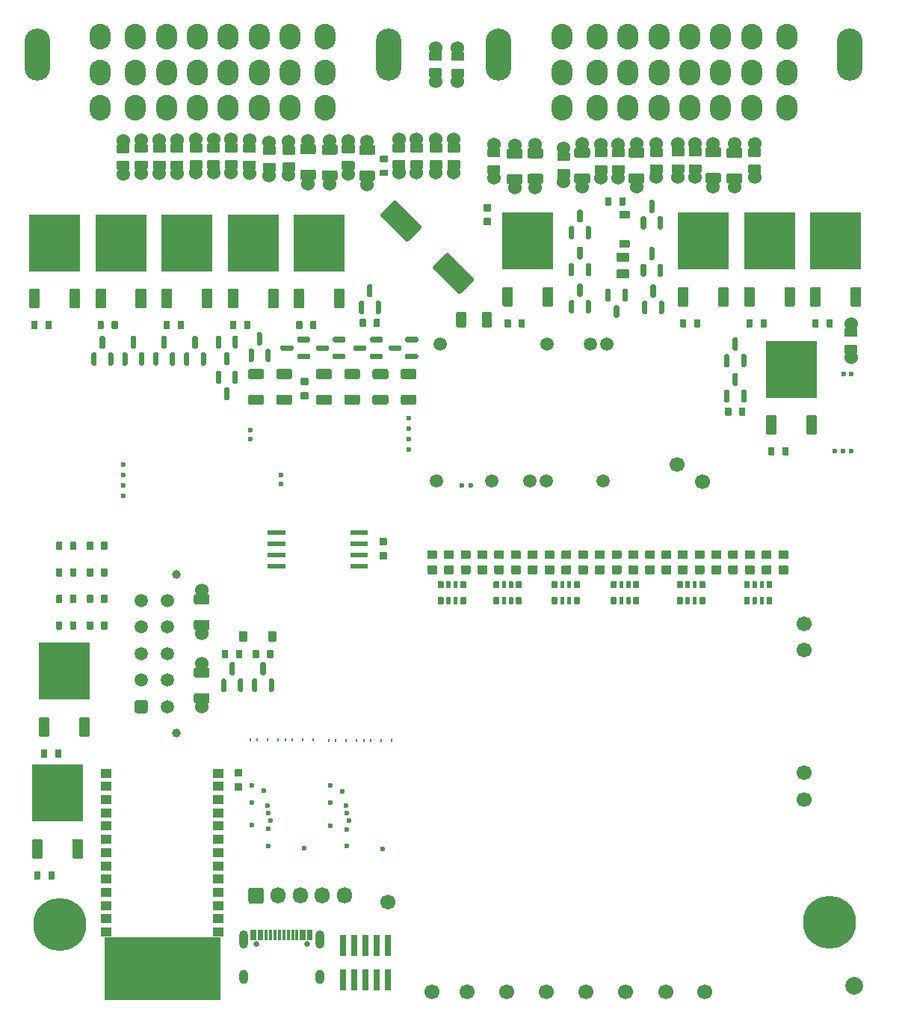
<source format=gts>
G04 #@! TF.GenerationSoftware,KiCad,Pcbnew,7.0.1-115-g2ece2719d0*
G04 #@! TF.CreationDate,2023-04-03T01:08:23+03:00*
G04 #@! TF.ProjectId,alphax_4ch,616c7068-6178-45f3-9463-682e6b696361,G*
G04 #@! TF.SameCoordinates,PX141f5e0PYa2cace0*
G04 #@! TF.FileFunction,Soldermask,Top*
G04 #@! TF.FilePolarity,Negative*
%FSLAX46Y46*%
G04 Gerber Fmt 4.6, Leading zero omitted, Abs format (unit mm)*
G04 Created by KiCad (PCBNEW 7.0.1-115-g2ece2719d0) date 2023-04-03 01:08:23*
%MOMM*%
%LPD*%
G01*
G04 APERTURE LIST*
%ADD10C,0.120000*%
%ADD11C,1.524000*%
%ADD12C,1.700000*%
%ADD13C,6.000000*%
%ADD14R,5.800000X6.400000*%
%ADD15O,1.700000X1.850000*%
%ADD16O,2.900000X5.900000*%
%ADD17O,2.400000X2.900000*%
%ADD18C,0.650000*%
%ADD19R,0.300000X1.150000*%
%ADD20O,1.000000X2.100000*%
%ADD21O,1.000000X1.600000*%
%ADD22C,1.000000*%
%ADD23C,1.500000*%
%ADD24C,0.600000*%
%ADD25R,1.300000X1.000000*%
%ADD26C,2.000000*%
%ADD27O,0.200000X0.399999*%
%ADD28C,0.599999*%
%ADD29R,0.740000X2.400000*%
G04 APERTURE END LIST*
G04 #@! TO.C,U4*
D10*
X22850000Y200000D02*
X9850000Y200000D01*
X9850000Y7200000D01*
X22850000Y7200000D01*
X22850000Y200000D01*
G36*
X22850000Y200000D02*
G01*
X9850000Y200000D01*
X9850000Y7200000D01*
X22850000Y7200000D01*
X22850000Y200000D01*
G37*
G04 #@! TD*
G04 #@! TO.C,R1141*
G36*
G01*
X26100000Y70605010D02*
X26100000Y71295010D01*
G75*
G02*
X26330000Y71525010I230000J0D01*
G01*
X27670000Y71525010D01*
G75*
G02*
X27900000Y71295010I0J-230000D01*
G01*
X27900000Y70605010D01*
G75*
G02*
X27670000Y70375010I-230000J0D01*
G01*
X26330000Y70375010D01*
G75*
G02*
X26100000Y70605010I0J230000D01*
G01*
G37*
G36*
G01*
X26100000Y67704990D02*
X26100000Y68394990D01*
G75*
G02*
X26330000Y68624990I230000J0D01*
G01*
X27670000Y68624990D01*
G75*
G02*
X27900000Y68394990I0J-230000D01*
G01*
X27900000Y67704990D01*
G75*
G02*
X27670000Y67474990I-230000J0D01*
G01*
X26330000Y67474990D01*
G75*
G02*
X26100000Y67704990I0J230000D01*
G01*
G37*
G04 #@! TD*
G04 #@! TO.C,R1136*
G36*
G01*
X43400000Y70605010D02*
X43400000Y71295010D01*
G75*
G02*
X43630000Y71525010I230000J0D01*
G01*
X44970000Y71525010D01*
G75*
G02*
X45200000Y71295010I0J-230000D01*
G01*
X45200000Y70605010D01*
G75*
G02*
X44970000Y70375010I-230000J0D01*
G01*
X43630000Y70375010D01*
G75*
G02*
X43400000Y70605010I0J230000D01*
G01*
G37*
G36*
G01*
X43400000Y67704990D02*
X43400000Y68394990D01*
G75*
G02*
X43630000Y68624990I230000J0D01*
G01*
X44970000Y68624990D01*
G75*
G02*
X45200000Y68394990I0J-230000D01*
G01*
X45200000Y67704990D01*
G75*
G02*
X44970000Y67474990I-230000J0D01*
G01*
X43630000Y67474990D01*
G75*
G02*
X43400000Y67704990I0J230000D01*
G01*
G37*
G04 #@! TD*
G04 #@! TO.C,R1131*
G36*
G01*
X33800000Y70605010D02*
X33800000Y71295010D01*
G75*
G02*
X34030000Y71525010I230000J0D01*
G01*
X35370000Y71525010D01*
G75*
G02*
X35600000Y71295010I0J-230000D01*
G01*
X35600000Y70605010D01*
G75*
G02*
X35370000Y70375010I-230000J0D01*
G01*
X34030000Y70375010D01*
G75*
G02*
X33800000Y70605010I0J230000D01*
G01*
G37*
G36*
G01*
X33800000Y67704990D02*
X33800000Y68394990D01*
G75*
G02*
X34030000Y68624990I230000J0D01*
G01*
X35370000Y68624990D01*
G75*
G02*
X35600000Y68394990I0J-230000D01*
G01*
X35600000Y67704990D01*
G75*
G02*
X35370000Y67474990I-230000J0D01*
G01*
X34030000Y67474990D01*
G75*
G02*
X33800000Y67704990I0J230000D01*
G01*
G37*
G04 #@! TD*
G04 #@! TO.C,R1113*
G36*
G01*
X38750000Y76347500D02*
X38750000Y77127500D01*
G75*
G02*
X38820000Y77197500I70000J0D01*
G01*
X39380000Y77197500D01*
G75*
G02*
X39450000Y77127500I0J-70000D01*
G01*
X39450000Y76347500D01*
G75*
G02*
X39380000Y76277500I-70000J0D01*
G01*
X38820000Y76277500D01*
G75*
G02*
X38750000Y76347500I0J70000D01*
G01*
G37*
G36*
G01*
X40350000Y76347500D02*
X40350000Y77127500D01*
G75*
G02*
X40420000Y77197500I70000J0D01*
G01*
X40980000Y77197500D01*
G75*
G02*
X41050000Y77127500I0J-70000D01*
G01*
X41050000Y76347500D01*
G75*
G02*
X40980000Y76277500I-70000J0D01*
G01*
X40420000Y76277500D01*
G75*
G02*
X40350000Y76347500I0J70000D01*
G01*
G37*
G04 #@! TD*
G04 #@! TO.C,R1109*
G36*
G01*
X55170000Y76310000D02*
X55170000Y77090000D01*
G75*
G02*
X55240000Y77160000I70000J0D01*
G01*
X55800000Y77160000D01*
G75*
G02*
X55870000Y77090000I0J-70000D01*
G01*
X55870000Y76310000D01*
G75*
G02*
X55800000Y76240000I-70000J0D01*
G01*
X55240000Y76240000D01*
G75*
G02*
X55170000Y76310000I0J70000D01*
G01*
G37*
G36*
G01*
X56770000Y76310000D02*
X56770000Y77090000D01*
G75*
G02*
X56840000Y77160000I70000J0D01*
G01*
X57400000Y77160000D01*
G75*
G02*
X57470000Y77090000I0J-70000D01*
G01*
X57470000Y76310000D01*
G75*
G02*
X57400000Y76240000I-70000J0D01*
G01*
X56840000Y76240000D01*
G75*
G02*
X56770000Y76310000I0J70000D01*
G01*
G37*
G04 #@! TD*
G04 #@! TO.C,R1108*
G36*
G01*
X24050000Y76110000D02*
X24050000Y76890000D01*
G75*
G02*
X24120000Y76960000I70000J0D01*
G01*
X24680000Y76960000D01*
G75*
G02*
X24750000Y76890000I0J-70000D01*
G01*
X24750000Y76110000D01*
G75*
G02*
X24680000Y76040000I-70000J0D01*
G01*
X24120000Y76040000D01*
G75*
G02*
X24050000Y76110000I0J70000D01*
G01*
G37*
G36*
G01*
X25650000Y76110000D02*
X25650000Y76890000D01*
G75*
G02*
X25720000Y76960000I70000J0D01*
G01*
X26280000Y76960000D01*
G75*
G02*
X26350000Y76890000I0J-70000D01*
G01*
X26350000Y76110000D01*
G75*
G02*
X26280000Y76040000I-70000J0D01*
G01*
X25720000Y76040000D01*
G75*
G02*
X25650000Y76110000I0J70000D01*
G01*
G37*
G04 #@! TD*
G04 #@! TO.C,R1107*
G36*
G01*
X2650000Y27610000D02*
X2650000Y28390000D01*
G75*
G02*
X2720000Y28460000I70000J0D01*
G01*
X3280000Y28460000D01*
G75*
G02*
X3350000Y28390000I0J-70000D01*
G01*
X3350000Y27610000D01*
G75*
G02*
X3280000Y27540000I-70000J0D01*
G01*
X2720000Y27540000D01*
G75*
G02*
X2650000Y27610000I0J70000D01*
G01*
G37*
G36*
G01*
X4250000Y27610000D02*
X4250000Y28390000D01*
G75*
G02*
X4320000Y28460000I70000J0D01*
G01*
X4880000Y28460000D01*
G75*
G02*
X4950000Y28390000I0J-70000D01*
G01*
X4950000Y27610000D01*
G75*
G02*
X4880000Y27540000I-70000J0D01*
G01*
X4320000Y27540000D01*
G75*
G02*
X4250000Y27610000I0J70000D01*
G01*
G37*
G04 #@! TD*
G04 #@! TO.C,R1106*
G36*
G01*
X1870000Y13810000D02*
X1870000Y14590000D01*
G75*
G02*
X1940000Y14660000I70000J0D01*
G01*
X2500000Y14660000D01*
G75*
G02*
X2570000Y14590000I0J-70000D01*
G01*
X2570000Y13810000D01*
G75*
G02*
X2500000Y13740000I-70000J0D01*
G01*
X1940000Y13740000D01*
G75*
G02*
X1870000Y13810000I0J70000D01*
G01*
G37*
G36*
G01*
X3470000Y13810000D02*
X3470000Y14590000D01*
G75*
G02*
X3540000Y14660000I70000J0D01*
G01*
X4100000Y14660000D01*
G75*
G02*
X4170000Y14590000I0J-70000D01*
G01*
X4170000Y13810000D01*
G75*
G02*
X4100000Y13740000I-70000J0D01*
G01*
X3540000Y13740000D01*
G75*
G02*
X3470000Y13810000I0J70000D01*
G01*
G37*
G04 #@! TD*
G04 #@! TO.C,R1105*
G36*
G01*
X33150000Y76110000D02*
X33150000Y76890000D01*
G75*
G02*
X33220000Y76960000I70000J0D01*
G01*
X33780000Y76960000D01*
G75*
G02*
X33850000Y76890000I0J-70000D01*
G01*
X33850000Y76110000D01*
G75*
G02*
X33780000Y76040000I-70000J0D01*
G01*
X33220000Y76040000D01*
G75*
G02*
X33150000Y76110000I0J70000D01*
G01*
G37*
G36*
G01*
X31550000Y76110000D02*
X31550000Y76890000D01*
G75*
G02*
X31620000Y76960000I70000J0D01*
G01*
X32180000Y76960000D01*
G75*
G02*
X32250000Y76890000I0J-70000D01*
G01*
X32250000Y76110000D01*
G75*
G02*
X32180000Y76040000I-70000J0D01*
G01*
X31620000Y76040000D01*
G75*
G02*
X31550000Y76110000I0J70000D01*
G01*
G37*
G04 #@! TD*
G04 #@! TO.C,R1104*
G36*
G01*
X3150000Y76110000D02*
X3150000Y76890000D01*
G75*
G02*
X3220000Y76960000I70000J0D01*
G01*
X3780000Y76960000D01*
G75*
G02*
X3850000Y76890000I0J-70000D01*
G01*
X3850000Y76110000D01*
G75*
G02*
X3780000Y76040000I-70000J0D01*
G01*
X3220000Y76040000D01*
G75*
G02*
X3150000Y76110000I0J70000D01*
G01*
G37*
G36*
G01*
X1550000Y76110000D02*
X1550000Y76890000D01*
G75*
G02*
X1620000Y76960000I70000J0D01*
G01*
X2180000Y76960000D01*
G75*
G02*
X2250000Y76890000I0J-70000D01*
G01*
X2250000Y76110000D01*
G75*
G02*
X2180000Y76040000I-70000J0D01*
G01*
X1620000Y76040000D01*
G75*
G02*
X1550000Y76110000I0J70000D01*
G01*
G37*
G04 #@! TD*
G04 #@! TO.C,R1103*
G36*
G01*
X85050000Y61810000D02*
X85050000Y62590000D01*
G75*
G02*
X85120000Y62660000I70000J0D01*
G01*
X85680000Y62660000D01*
G75*
G02*
X85750000Y62590000I0J-70000D01*
G01*
X85750000Y61810000D01*
G75*
G02*
X85680000Y61740000I-70000J0D01*
G01*
X85120000Y61740000D01*
G75*
G02*
X85050000Y61810000I0J70000D01*
G01*
G37*
G36*
G01*
X86650000Y61810000D02*
X86650000Y62590000D01*
G75*
G02*
X86720000Y62660000I70000J0D01*
G01*
X87280000Y62660000D01*
G75*
G02*
X87350000Y62590000I0J-70000D01*
G01*
X87350000Y61810000D01*
G75*
G02*
X87280000Y61740000I-70000J0D01*
G01*
X86720000Y61740000D01*
G75*
G02*
X86650000Y61810000I0J70000D01*
G01*
G37*
G04 #@! TD*
G04 #@! TO.C,R1102*
G36*
G01*
X90050000Y76310000D02*
X90050000Y77090000D01*
G75*
G02*
X90120000Y77160000I70000J0D01*
G01*
X90680000Y77160000D01*
G75*
G02*
X90750000Y77090000I0J-70000D01*
G01*
X90750000Y76310000D01*
G75*
G02*
X90680000Y76240000I-70000J0D01*
G01*
X90120000Y76240000D01*
G75*
G02*
X90050000Y76310000I0J70000D01*
G01*
G37*
G36*
G01*
X91650000Y76310000D02*
X91650000Y77090000D01*
G75*
G02*
X91720000Y77160000I70000J0D01*
G01*
X92280000Y77160000D01*
G75*
G02*
X92350000Y77090000I0J-70000D01*
G01*
X92350000Y76310000D01*
G75*
G02*
X92280000Y76240000I-70000J0D01*
G01*
X91720000Y76240000D01*
G75*
G02*
X91650000Y76310000I0J70000D01*
G01*
G37*
G04 #@! TD*
G04 #@! TO.C,R1101*
G36*
G01*
X9050000Y76110000D02*
X9050000Y76890000D01*
G75*
G02*
X9120000Y76960000I70000J0D01*
G01*
X9680000Y76960000D01*
G75*
G02*
X9750000Y76890000I0J-70000D01*
G01*
X9750000Y76110000D01*
G75*
G02*
X9680000Y76040000I-70000J0D01*
G01*
X9120000Y76040000D01*
G75*
G02*
X9050000Y76110000I0J70000D01*
G01*
G37*
G36*
G01*
X10650000Y76110000D02*
X10650000Y76890000D01*
G75*
G02*
X10720000Y76960000I70000J0D01*
G01*
X11280000Y76960000D01*
G75*
G02*
X11350000Y76890000I0J-70000D01*
G01*
X11350000Y76110000D01*
G75*
G02*
X11280000Y76040000I-70000J0D01*
G01*
X10720000Y76040000D01*
G75*
G02*
X10650000Y76110000I0J70000D01*
G01*
G37*
G04 #@! TD*
G04 #@! TO.C,R1100*
G36*
G01*
X16550000Y76110000D02*
X16550000Y76890000D01*
G75*
G02*
X16620000Y76960000I70000J0D01*
G01*
X17180000Y76960000D01*
G75*
G02*
X17250000Y76890000I0J-70000D01*
G01*
X17250000Y76110000D01*
G75*
G02*
X17180000Y76040000I-70000J0D01*
G01*
X16620000Y76040000D01*
G75*
G02*
X16550000Y76110000I0J70000D01*
G01*
G37*
G36*
G01*
X18150000Y76110000D02*
X18150000Y76890000D01*
G75*
G02*
X18220000Y76960000I70000J0D01*
G01*
X18780000Y76960000D01*
G75*
G02*
X18850000Y76890000I0J-70000D01*
G01*
X18850000Y76110000D01*
G75*
G02*
X18780000Y76040000I-70000J0D01*
G01*
X18220000Y76040000D01*
G75*
G02*
X18150000Y76110000I0J70000D01*
G01*
G37*
G04 #@! TD*
D11*
G04 #@! TO.C,R8*
X76750000Y93245000D03*
G36*
G01*
X77375000Y93699999D02*
X76125000Y93699999D01*
G75*
G02*
X76025000Y93799999I0J100000D01*
G01*
X76025000Y94599999D01*
G75*
G02*
X76125000Y94699999I100000J0D01*
G01*
X77375000Y94699999D01*
G75*
G02*
X77475000Y94599999I0J-100000D01*
G01*
X77475000Y93799999D01*
G75*
G02*
X77375000Y93699999I-100000J0D01*
G01*
G37*
G36*
G01*
X77375000Y95600021D02*
X76125000Y95600021D01*
G75*
G02*
X76025000Y95700021I0J100000D01*
G01*
X76025000Y96500021D01*
G75*
G02*
X76125000Y96600021I100000J0D01*
G01*
X77375000Y96600021D01*
G75*
G02*
X77475000Y96500021I0J-100000D01*
G01*
X77475000Y95700021D01*
G75*
G02*
X77375000Y95600021I-100000J0D01*
G01*
G37*
X76750000Y97055000D03*
G04 #@! TD*
D12*
G04 #@! TO.C,P18*
X89100000Y39700000D03*
G04 #@! TD*
D11*
G04 #@! TO.C,F10*
X20840000Y33250000D03*
G36*
G01*
X21740000Y34594990D02*
X21740000Y33904990D01*
G75*
G02*
X21510000Y33674990I-230000J0D01*
G01*
X20170000Y33674990D01*
G75*
G02*
X19940000Y33904990I0J230000D01*
G01*
X19940000Y34594990D01*
G75*
G02*
X20170000Y34824990I230000J0D01*
G01*
X21510000Y34824990D01*
G75*
G02*
X21740000Y34594990I0J-230000D01*
G01*
G37*
G36*
G01*
X21740000Y37495010D02*
X21740000Y36805010D01*
G75*
G02*
X21510000Y36575010I-230000J0D01*
G01*
X20170000Y36575010D01*
G75*
G02*
X19940000Y36805010I0J230000D01*
G01*
X19940000Y37495010D01*
G75*
G02*
X20170000Y37725010I230000J0D01*
G01*
X21510000Y37725010D01*
G75*
G02*
X21740000Y37495010I0J-230000D01*
G01*
G37*
X20840000Y38150000D03*
G04 #@! TD*
G04 #@! TO.C,R2*
G36*
G01*
X82300000Y44965000D02*
X82300000Y45635000D01*
G75*
G02*
X82365000Y45700000I65000J0D01*
G01*
X82885000Y45700000D01*
G75*
G02*
X82950000Y45635000I0J-65000D01*
G01*
X82950000Y44965000D01*
G75*
G02*
X82885000Y44900000I-65000J0D01*
G01*
X82365000Y44900000D01*
G75*
G02*
X82300000Y44965000I0J65000D01*
G01*
G37*
G36*
G01*
X83275000Y44945000D02*
X83275000Y45655000D01*
G75*
G02*
X83320000Y45700000I45000J0D01*
G01*
X83680000Y45700000D01*
G75*
G02*
X83725000Y45655000I0J-45000D01*
G01*
X83725000Y44945000D01*
G75*
G02*
X83680000Y44900000I-45000J0D01*
G01*
X83320000Y44900000D01*
G75*
G02*
X83275000Y44945000I0J45000D01*
G01*
G37*
G36*
G01*
X84075000Y44945000D02*
X84075000Y45655000D01*
G75*
G02*
X84120000Y45700000I45000J0D01*
G01*
X84480000Y45700000D01*
G75*
G02*
X84525000Y45655000I0J-45000D01*
G01*
X84525000Y44945000D01*
G75*
G02*
X84480000Y44900000I-45000J0D01*
G01*
X84120000Y44900000D01*
G75*
G02*
X84075000Y44945000I0J45000D01*
G01*
G37*
G36*
G01*
X84850000Y44965000D02*
X84850000Y45635000D01*
G75*
G02*
X84915000Y45700000I65000J0D01*
G01*
X85435000Y45700000D01*
G75*
G02*
X85500000Y45635000I0J-65000D01*
G01*
X85500000Y44965000D01*
G75*
G02*
X85435000Y44900000I-65000J0D01*
G01*
X84915000Y44900000D01*
G75*
G02*
X84850000Y44965000I0J65000D01*
G01*
G37*
G36*
G01*
X84850000Y46765000D02*
X84850000Y47435000D01*
G75*
G02*
X84915000Y47500000I65000J0D01*
G01*
X85435000Y47500000D01*
G75*
G02*
X85500000Y47435000I0J-65000D01*
G01*
X85500000Y46765000D01*
G75*
G02*
X85435000Y46700000I-65000J0D01*
G01*
X84915000Y46700000D01*
G75*
G02*
X84850000Y46765000I0J65000D01*
G01*
G37*
G36*
G01*
X84075000Y46745000D02*
X84075000Y47455000D01*
G75*
G02*
X84120000Y47500000I45000J0D01*
G01*
X84480000Y47500000D01*
G75*
G02*
X84525000Y47455000I0J-45000D01*
G01*
X84525000Y46745000D01*
G75*
G02*
X84480000Y46700000I-45000J0D01*
G01*
X84120000Y46700000D01*
G75*
G02*
X84075000Y46745000I0J45000D01*
G01*
G37*
G36*
G01*
X83275000Y46745000D02*
X83275000Y47455000D01*
G75*
G02*
X83320000Y47500000I45000J0D01*
G01*
X83680000Y47500000D01*
G75*
G02*
X83725000Y47455000I0J-45000D01*
G01*
X83725000Y46745000D01*
G75*
G02*
X83680000Y46700000I-45000J0D01*
G01*
X83320000Y46700000D01*
G75*
G02*
X83275000Y46745000I0J45000D01*
G01*
G37*
G36*
G01*
X82300000Y46765000D02*
X82300000Y47435000D01*
G75*
G02*
X82365000Y47500000I65000J0D01*
G01*
X82885000Y47500000D01*
G75*
G02*
X82950000Y47435000I0J-65000D01*
G01*
X82950000Y46765000D01*
G75*
G02*
X82885000Y46700000I-65000J0D01*
G01*
X82365000Y46700000D01*
G75*
G02*
X82300000Y46765000I0J65000D01*
G01*
G37*
G04 #@! TD*
G04 #@! TO.C,D36*
G36*
G01*
X51199998Y48300001D02*
X50299998Y48300001D01*
G75*
G02*
X50199998Y48400001I0J100000D01*
G01*
X50199998Y49200001D01*
G75*
G02*
X50299998Y49300001I100000J0D01*
G01*
X51199998Y49300001D01*
G75*
G02*
X51299998Y49200001I0J-100000D01*
G01*
X51299998Y48400001D01*
G75*
G02*
X51199998Y48300001I-100000J0D01*
G01*
G37*
G36*
G01*
X51199998Y50000001D02*
X50299998Y50000001D01*
G75*
G02*
X50199998Y50100001I0J100000D01*
G01*
X50199998Y50900001D01*
G75*
G02*
X50299998Y51000001I100000J0D01*
G01*
X51199998Y51000001D01*
G75*
G02*
X51299998Y50900001I0J-100000D01*
G01*
X51299998Y50100001D01*
G75*
G02*
X51199998Y50000001I-100000J0D01*
G01*
G37*
G04 #@! TD*
D12*
G04 #@! TO.C,P23*
X59900000Y1000000D03*
G04 #@! TD*
G04 #@! TO.C,R93*
G36*
G01*
X4350000Y42110000D02*
X4350000Y42890000D01*
G75*
G02*
X4420000Y42960000I70000J0D01*
G01*
X4980000Y42960000D01*
G75*
G02*
X5050000Y42890000I0J-70000D01*
G01*
X5050000Y42110000D01*
G75*
G02*
X4980000Y42040000I-70000J0D01*
G01*
X4420000Y42040000D01*
G75*
G02*
X4350000Y42110000I0J70000D01*
G01*
G37*
G36*
G01*
X5950000Y42110000D02*
X5950000Y42890000D01*
G75*
G02*
X6020000Y42960000I70000J0D01*
G01*
X6580000Y42960000D01*
G75*
G02*
X6650000Y42890000I0J-70000D01*
G01*
X6650000Y42110000D01*
G75*
G02*
X6580000Y42040000I-70000J0D01*
G01*
X6020000Y42040000D01*
G75*
G02*
X5950000Y42110000I0J70000D01*
G01*
G37*
G04 #@! TD*
D13*
G04 #@! TO.C,J8*
X4803000Y8619000D03*
G04 #@! TD*
G04 #@! TO.C,D34*
G36*
G01*
X47399998Y48300001D02*
X46499998Y48300001D01*
G75*
G02*
X46399998Y48400001I0J100000D01*
G01*
X46399998Y49200001D01*
G75*
G02*
X46499998Y49300001I100000J0D01*
G01*
X47399998Y49300001D01*
G75*
G02*
X47499998Y49200001I0J-100000D01*
G01*
X47499998Y48400001D01*
G75*
G02*
X47399998Y48300001I-100000J0D01*
G01*
G37*
G36*
G01*
X47399998Y50000001D02*
X46499998Y50000001D01*
G75*
G02*
X46399998Y50100001I0J100000D01*
G01*
X46399998Y50900001D01*
G75*
G02*
X46499998Y51000001I100000J0D01*
G01*
X47399998Y51000001D01*
G75*
G02*
X47499998Y50900001I0J-100000D01*
G01*
X47499998Y50100001D01*
G75*
G02*
X47399998Y50000001I-100000J0D01*
G01*
G37*
G04 #@! TD*
D11*
G04 #@! TO.C,R59*
X45200000Y97505000D03*
G36*
G01*
X44575000Y97050001D02*
X45825000Y97050001D01*
G75*
G02*
X45925000Y96950001I0J-100000D01*
G01*
X45925000Y96150001D01*
G75*
G02*
X45825000Y96050001I-100000J0D01*
G01*
X44575000Y96050001D01*
G75*
G02*
X44475000Y96150001I0J100000D01*
G01*
X44475000Y96950001D01*
G75*
G02*
X44575000Y97050001I100000J0D01*
G01*
G37*
G36*
G01*
X44575000Y95149979D02*
X45825000Y95149979D01*
G75*
G02*
X45925000Y95049979I0J-100000D01*
G01*
X45925000Y94249979D01*
G75*
G02*
X45825000Y94149979I-100000J0D01*
G01*
X44575000Y94149979D01*
G75*
G02*
X44475000Y94249979I0J100000D01*
G01*
X44475000Y95049979D01*
G75*
G02*
X44575000Y95149979I100000J0D01*
G01*
G37*
X45200000Y93695000D03*
G04 #@! TD*
G04 #@! TO.C,R9*
X74800000Y93245000D03*
G36*
G01*
X75425000Y93699999D02*
X74175000Y93699999D01*
G75*
G02*
X74075000Y93799999I0J100000D01*
G01*
X74075000Y94599999D01*
G75*
G02*
X74175000Y94699999I100000J0D01*
G01*
X75425000Y94699999D01*
G75*
G02*
X75525000Y94599999I0J-100000D01*
G01*
X75525000Y93799999D01*
G75*
G02*
X75425000Y93699999I-100000J0D01*
G01*
G37*
G36*
G01*
X75425000Y95600021D02*
X74175000Y95600021D01*
G75*
G02*
X74075000Y95700021I0J100000D01*
G01*
X74075000Y96500021D01*
G75*
G02*
X74175000Y96600021I100000J0D01*
G01*
X75425000Y96600021D01*
G75*
G02*
X75525000Y96500021I0J-100000D01*
G01*
X75525000Y95700021D01*
G75*
G02*
X75425000Y95600021I-100000J0D01*
G01*
G37*
X74800000Y97055000D03*
G04 #@! TD*
G04 #@! TO.C,R68*
X24200000Y93695000D03*
G36*
G01*
X24825000Y94149999D02*
X23575000Y94149999D01*
G75*
G02*
X23475000Y94249999I0J100000D01*
G01*
X23475000Y95049999D01*
G75*
G02*
X23575000Y95149999I100000J0D01*
G01*
X24825000Y95149999D01*
G75*
G02*
X24925000Y95049999I0J-100000D01*
G01*
X24925000Y94249999D01*
G75*
G02*
X24825000Y94149999I-100000J0D01*
G01*
G37*
G36*
G01*
X24825000Y96050021D02*
X23575000Y96050021D01*
G75*
G02*
X23475000Y96150021I0J100000D01*
G01*
X23475000Y96950021D01*
G75*
G02*
X23575000Y97050021I100000J0D01*
G01*
X24825000Y97050021D01*
G75*
G02*
X24925000Y96950021I0J-100000D01*
G01*
X24925000Y96150021D01*
G75*
G02*
X24825000Y96050021I-100000J0D01*
G01*
G37*
X24200000Y97505000D03*
G04 #@! TD*
G04 #@! TO.C,Q47*
G36*
G01*
X24880000Y78400000D02*
X23920000Y78400000D01*
G75*
G02*
X23800000Y78520000I0J120000D01*
G01*
X23800000Y80480000D01*
G75*
G02*
X23920000Y80600000I120000J0D01*
G01*
X24880000Y80600000D01*
G75*
G02*
X25000000Y80480000I0J-120000D01*
G01*
X25000000Y78520000D01*
G75*
G02*
X24880000Y78400000I-120000J0D01*
G01*
G37*
D14*
X26680000Y85800000D03*
G36*
G01*
X29440000Y78400000D02*
X28480000Y78400000D01*
G75*
G02*
X28360000Y78520000I0J120000D01*
G01*
X28360000Y80480000D01*
G75*
G02*
X28480000Y80600000I120000J0D01*
G01*
X29440000Y80600000D01*
G75*
G02*
X29560000Y80480000I0J-120000D01*
G01*
X29560000Y78520000D01*
G75*
G02*
X29440000Y78400000I-120000J0D01*
G01*
G37*
G04 #@! TD*
G04 #@! TO.C,J5*
G36*
G01*
X26150000Y11225000D02*
X26150000Y12575000D01*
G75*
G02*
X26400000Y12825000I250000J0D01*
G01*
X27600000Y12825000D01*
G75*
G02*
X27850000Y12575000I0J-250000D01*
G01*
X27850000Y11225000D01*
G75*
G02*
X27600000Y10975000I-250000J0D01*
G01*
X26400000Y10975000D01*
G75*
G02*
X26150000Y11225000I0J250000D01*
G01*
G37*
D15*
X29500000Y11900000D03*
X32000000Y11900000D03*
X34500000Y11900000D03*
X37000000Y11900000D03*
G04 #@! TD*
D11*
G04 #@! TO.C,F4*
X63950000Y97000000D03*
G36*
G01*
X63050000Y95655010D02*
X63050000Y96345010D01*
G75*
G02*
X63280000Y96575010I230000J0D01*
G01*
X64620000Y96575010D01*
G75*
G02*
X64850000Y96345010I0J-230000D01*
G01*
X64850000Y95655010D01*
G75*
G02*
X64620000Y95425010I-230000J0D01*
G01*
X63280000Y95425010D01*
G75*
G02*
X63050000Y95655010I0J230000D01*
G01*
G37*
G36*
G01*
X63050000Y92754990D02*
X63050000Y93444990D01*
G75*
G02*
X63280000Y93674990I230000J0D01*
G01*
X64620000Y93674990D01*
G75*
G02*
X64850000Y93444990I0J-230000D01*
G01*
X64850000Y92754990D01*
G75*
G02*
X64620000Y92524990I-230000J0D01*
G01*
X63280000Y92524990D01*
G75*
G02*
X63050000Y92754990I0J230000D01*
G01*
G37*
X63950000Y92100000D03*
G04 #@! TD*
G04 #@! TO.C,Q13*
G36*
G01*
X80500000Y67725000D02*
X80200000Y67725000D01*
G75*
G02*
X80050000Y67875000I0J150000D01*
G01*
X80050000Y69050000D01*
G75*
G02*
X80200000Y69200000I150000J0D01*
G01*
X80500000Y69200000D01*
G75*
G02*
X80650000Y69050000I0J-150000D01*
G01*
X80650000Y67875000D01*
G75*
G02*
X80500000Y67725000I-150000J0D01*
G01*
G37*
G36*
G01*
X81450000Y69600000D02*
X81150000Y69600000D01*
G75*
G02*
X81000000Y69750000I0J150000D01*
G01*
X81000000Y70925000D01*
G75*
G02*
X81150000Y71075000I150000J0D01*
G01*
X81450000Y71075000D01*
G75*
G02*
X81600000Y70925000I0J-150000D01*
G01*
X81600000Y69750000D01*
G75*
G02*
X81450000Y69600000I-150000J0D01*
G01*
G37*
G36*
G01*
X82400000Y67725000D02*
X82100000Y67725000D01*
G75*
G02*
X81950000Y67875000I0J150000D01*
G01*
X81950000Y69050000D01*
G75*
G02*
X82100000Y69200000I150000J0D01*
G01*
X82400000Y69200000D01*
G75*
G02*
X82550000Y69050000I0J-150000D01*
G01*
X82550000Y67875000D01*
G75*
G02*
X82400000Y67725000I-150000J0D01*
G01*
G37*
G04 #@! TD*
G04 #@! TO.C,R91*
X94400000Y72795000D03*
G36*
G01*
X95025000Y73249999D02*
X93775000Y73249999D01*
G75*
G02*
X93675000Y73349999I0J100000D01*
G01*
X93675000Y74149999D01*
G75*
G02*
X93775000Y74249999I100000J0D01*
G01*
X95025000Y74249999D01*
G75*
G02*
X95125000Y74149999I0J-100000D01*
G01*
X95125000Y73349999D01*
G75*
G02*
X95025000Y73249999I-100000J0D01*
G01*
G37*
G36*
G01*
X95025000Y75150021D02*
X93775000Y75150021D01*
G75*
G02*
X93675000Y75250021I0J100000D01*
G01*
X93675000Y76050021D01*
G75*
G02*
X93775000Y76150021I100000J0D01*
G01*
X95025000Y76150021D01*
G75*
G02*
X95125000Y76050021I0J-100000D01*
G01*
X95125000Y75250021D01*
G75*
G02*
X95025000Y75150021I-100000J0D01*
G01*
G37*
X94400000Y76605000D03*
G04 #@! TD*
G04 #@! TO.C,R98*
G36*
G01*
X75050000Y76310000D02*
X75050000Y77090000D01*
G75*
G02*
X75120000Y77160000I70000J0D01*
G01*
X75680000Y77160000D01*
G75*
G02*
X75750000Y77090000I0J-70000D01*
G01*
X75750000Y76310000D01*
G75*
G02*
X75680000Y76240000I-70000J0D01*
G01*
X75120000Y76240000D01*
G75*
G02*
X75050000Y76310000I0J70000D01*
G01*
G37*
G36*
G01*
X76650000Y76310000D02*
X76650000Y77090000D01*
G75*
G02*
X76720000Y77160000I70000J0D01*
G01*
X77280000Y77160000D01*
G75*
G02*
X77350000Y77090000I0J-70000D01*
G01*
X77350000Y76310000D01*
G75*
G02*
X77280000Y76240000I-70000J0D01*
G01*
X76720000Y76240000D01*
G75*
G02*
X76650000Y76310000I0J70000D01*
G01*
G37*
G04 #@! TD*
G04 #@! TO.C,Q49*
G36*
G01*
X45375000Y73100000D02*
X45375000Y72800000D01*
G75*
G02*
X45225000Y72650000I-150000J0D01*
G01*
X44050000Y72650000D01*
G75*
G02*
X43900000Y72800000I0J150000D01*
G01*
X43900000Y73100000D01*
G75*
G02*
X44050000Y73250000I150000J0D01*
G01*
X45225000Y73250000D01*
G75*
G02*
X45375000Y73100000I0J-150000D01*
G01*
G37*
G36*
G01*
X43500000Y74050000D02*
X43500000Y73750000D01*
G75*
G02*
X43350000Y73600000I-150000J0D01*
G01*
X42175000Y73600000D01*
G75*
G02*
X42025000Y73750000I0J150000D01*
G01*
X42025000Y74050000D01*
G75*
G02*
X42175000Y74200000I150000J0D01*
G01*
X43350000Y74200000D01*
G75*
G02*
X43500000Y74050000I0J-150000D01*
G01*
G37*
G36*
G01*
X45375000Y75000000D02*
X45375000Y74700000D01*
G75*
G02*
X45225000Y74550000I-150000J0D01*
G01*
X44050000Y74550000D01*
G75*
G02*
X43900000Y74700000I0J150000D01*
G01*
X43900000Y75000000D01*
G75*
G02*
X44050000Y75150000I150000J0D01*
G01*
X45225000Y75150000D01*
G75*
G02*
X45375000Y75000000I0J-150000D01*
G01*
G37*
G04 #@! TD*
G04 #@! TO.C,D15*
G36*
G01*
X66399998Y48300001D02*
X65499998Y48300001D01*
G75*
G02*
X65399998Y48400001I0J100000D01*
G01*
X65399998Y49200001D01*
G75*
G02*
X65499998Y49300001I100000J0D01*
G01*
X66399998Y49300001D01*
G75*
G02*
X66499998Y49200001I0J-100000D01*
G01*
X66499998Y48400001D01*
G75*
G02*
X66399998Y48300001I-100000J0D01*
G01*
G37*
G36*
G01*
X66399998Y50000001D02*
X65499998Y50000001D01*
G75*
G02*
X65399998Y50100001I0J100000D01*
G01*
X65399998Y50900001D01*
G75*
G02*
X65499998Y51000001I100000J0D01*
G01*
X66399998Y51000001D01*
G75*
G02*
X66499998Y50900001I0J-100000D01*
G01*
X66499998Y50100001D01*
G75*
G02*
X66399998Y50000001I-100000J0D01*
G01*
G37*
G04 #@! TD*
G04 #@! TO.C,C4*
G36*
G01*
X52860000Y90215001D02*
X53540000Y90215001D01*
G75*
G02*
X53625000Y90130001I0J-85000D01*
G01*
X53625000Y89450001D01*
G75*
G02*
X53540000Y89365001I-85000J0D01*
G01*
X52860000Y89365001D01*
G75*
G02*
X52775000Y89450001I0J85000D01*
G01*
X52775000Y90130001D01*
G75*
G02*
X52860000Y90215001I85000J0D01*
G01*
G37*
G36*
G01*
X52860000Y88634999D02*
X53540000Y88634999D01*
G75*
G02*
X53625000Y88549999I0J-85000D01*
G01*
X53625000Y87869999D01*
G75*
G02*
X53540000Y87784999I-85000J0D01*
G01*
X52860000Y87784999D01*
G75*
G02*
X52775000Y87869999I0J85000D01*
G01*
X52775000Y88549999D01*
G75*
G02*
X52860000Y88634999I85000J0D01*
G01*
G37*
G04 #@! TD*
G04 #@! TO.C,Q48*
G36*
G01*
X56000000Y78600000D02*
X55040000Y78600000D01*
G75*
G02*
X54920000Y78720000I0J120000D01*
G01*
X54920000Y80680000D01*
G75*
G02*
X55040000Y80800000I120000J0D01*
G01*
X56000000Y80800000D01*
G75*
G02*
X56120000Y80680000I0J-120000D01*
G01*
X56120000Y78720000D01*
G75*
G02*
X56000000Y78600000I-120000J0D01*
G01*
G37*
D14*
X57800000Y86000000D03*
G36*
G01*
X60560000Y78600000D02*
X59600000Y78600000D01*
G75*
G02*
X59480000Y78720000I0J120000D01*
G01*
X59480000Y80680000D01*
G75*
G02*
X59600000Y80800000I120000J0D01*
G01*
X60560000Y80800000D01*
G75*
G02*
X60680000Y80680000I0J-120000D01*
G01*
X60680000Y78720000D01*
G75*
G02*
X60560000Y78600000I-120000J0D01*
G01*
G37*
G04 #@! TD*
G04 #@! TO.C,R50*
G36*
G01*
X60500000Y44965000D02*
X60500000Y45635000D01*
G75*
G02*
X60565000Y45700000I65000J0D01*
G01*
X61085000Y45700000D01*
G75*
G02*
X61150000Y45635000I0J-65000D01*
G01*
X61150000Y44965000D01*
G75*
G02*
X61085000Y44900000I-65000J0D01*
G01*
X60565000Y44900000D01*
G75*
G02*
X60500000Y44965000I0J65000D01*
G01*
G37*
G36*
G01*
X61475000Y44945000D02*
X61475000Y45655000D01*
G75*
G02*
X61520000Y45700000I45000J0D01*
G01*
X61880000Y45700000D01*
G75*
G02*
X61925000Y45655000I0J-45000D01*
G01*
X61925000Y44945000D01*
G75*
G02*
X61880000Y44900000I-45000J0D01*
G01*
X61520000Y44900000D01*
G75*
G02*
X61475000Y44945000I0J45000D01*
G01*
G37*
G36*
G01*
X62275000Y44945000D02*
X62275000Y45655000D01*
G75*
G02*
X62320000Y45700000I45000J0D01*
G01*
X62680000Y45700000D01*
G75*
G02*
X62725000Y45655000I0J-45000D01*
G01*
X62725000Y44945000D01*
G75*
G02*
X62680000Y44900000I-45000J0D01*
G01*
X62320000Y44900000D01*
G75*
G02*
X62275000Y44945000I0J45000D01*
G01*
G37*
G36*
G01*
X63050000Y44965000D02*
X63050000Y45635000D01*
G75*
G02*
X63115000Y45700000I65000J0D01*
G01*
X63635000Y45700000D01*
G75*
G02*
X63700000Y45635000I0J-65000D01*
G01*
X63700000Y44965000D01*
G75*
G02*
X63635000Y44900000I-65000J0D01*
G01*
X63115000Y44900000D01*
G75*
G02*
X63050000Y44965000I0J65000D01*
G01*
G37*
G36*
G01*
X63050000Y46765000D02*
X63050000Y47435000D01*
G75*
G02*
X63115000Y47500000I65000J0D01*
G01*
X63635000Y47500000D01*
G75*
G02*
X63700000Y47435000I0J-65000D01*
G01*
X63700000Y46765000D01*
G75*
G02*
X63635000Y46700000I-65000J0D01*
G01*
X63115000Y46700000D01*
G75*
G02*
X63050000Y46765000I0J65000D01*
G01*
G37*
G36*
G01*
X62275000Y46745000D02*
X62275000Y47455000D01*
G75*
G02*
X62320000Y47500000I45000J0D01*
G01*
X62680000Y47500000D01*
G75*
G02*
X62725000Y47455000I0J-45000D01*
G01*
X62725000Y46745000D01*
G75*
G02*
X62680000Y46700000I-45000J0D01*
G01*
X62320000Y46700000D01*
G75*
G02*
X62275000Y46745000I0J45000D01*
G01*
G37*
G36*
G01*
X61475000Y46745000D02*
X61475000Y47455000D01*
G75*
G02*
X61520000Y47500000I45000J0D01*
G01*
X61880000Y47500000D01*
G75*
G02*
X61925000Y47455000I0J-45000D01*
G01*
X61925000Y46745000D01*
G75*
G02*
X61880000Y46700000I-45000J0D01*
G01*
X61520000Y46700000D01*
G75*
G02*
X61475000Y46745000I0J45000D01*
G01*
G37*
G36*
G01*
X60500000Y46765000D02*
X60500000Y47435000D01*
G75*
G02*
X60565000Y47500000I65000J0D01*
G01*
X61085000Y47500000D01*
G75*
G02*
X61150000Y47435000I0J-65000D01*
G01*
X61150000Y46765000D01*
G75*
G02*
X61085000Y46700000I-65000J0D01*
G01*
X60565000Y46700000D01*
G75*
G02*
X60500000Y46765000I0J65000D01*
G01*
G37*
G04 #@! TD*
G04 #@! TO.C,D28*
G36*
G01*
X26609999Y72325000D02*
X26309999Y72325000D01*
G75*
G02*
X26159999Y72475000I0J150000D01*
G01*
X26159999Y73650000D01*
G75*
G02*
X26309999Y73800000I150000J0D01*
G01*
X26609999Y73800000D01*
G75*
G02*
X26759999Y73650000I0J-150000D01*
G01*
X26759999Y72475000D01*
G75*
G02*
X26609999Y72325000I-150000J0D01*
G01*
G37*
G36*
G01*
X27559999Y74200000D02*
X27259999Y74200000D01*
G75*
G02*
X27109999Y74350000I0J150000D01*
G01*
X27109999Y75525000D01*
G75*
G02*
X27259999Y75675000I150000J0D01*
G01*
X27559999Y75675000D01*
G75*
G02*
X27709999Y75525000I0J-150000D01*
G01*
X27709999Y74350000D01*
G75*
G02*
X27559999Y74200000I-150000J0D01*
G01*
G37*
G36*
G01*
X28509999Y72325000D02*
X28209999Y72325000D01*
G75*
G02*
X28059999Y72475000I0J150000D01*
G01*
X28059999Y73650000D01*
G75*
G02*
X28209999Y73800000I150000J0D01*
G01*
X28509999Y73800000D01*
G75*
G02*
X28659999Y73650000I0J-150000D01*
G01*
X28659999Y72475000D01*
G75*
G02*
X28509999Y72325000I-150000J0D01*
G01*
G37*
G04 #@! TD*
G04 #@! TO.C,D12*
G36*
G01*
X73950000Y48300000D02*
X73050000Y48300000D01*
G75*
G02*
X72950000Y48400000I0J100000D01*
G01*
X72950000Y49200000D01*
G75*
G02*
X73050000Y49300000I100000J0D01*
G01*
X73950000Y49300000D01*
G75*
G02*
X74050000Y49200000I0J-100000D01*
G01*
X74050000Y48400000D01*
G75*
G02*
X73950000Y48300000I-100000J0D01*
G01*
G37*
G36*
G01*
X73950000Y50000000D02*
X73050000Y50000000D01*
G75*
G02*
X72950000Y50100000I0J100000D01*
G01*
X72950000Y50900000D01*
G75*
G02*
X73050000Y51000000I100000J0D01*
G01*
X73950000Y51000000D01*
G75*
G02*
X74050000Y50900000I0J-100000D01*
G01*
X74050000Y50100000D01*
G75*
G02*
X73950000Y50000000I-100000J0D01*
G01*
G37*
G04 #@! TD*
D16*
G04 #@! TO.C,P2*
X2200000Y107100000D03*
X42000000Y107100000D03*
D17*
X9350000Y101100000D03*
X13350000Y101100000D03*
X16850000Y101100000D03*
X20350000Y101100000D03*
X23850000Y101100000D03*
X27350000Y101100000D03*
X30850000Y101100000D03*
X34850000Y101100000D03*
X9350000Y105100000D03*
X13350000Y105100000D03*
X16850000Y105100000D03*
X20350000Y105100000D03*
X23850000Y105100000D03*
X27350000Y105100000D03*
X30850000Y105100000D03*
X34850000Y105100000D03*
X9350000Y109100000D03*
X13350000Y109100000D03*
X16850000Y109100000D03*
X20350000Y109100000D03*
X23850000Y109100000D03*
X27350000Y109100000D03*
X30850000Y109100000D03*
X34850000Y109100000D03*
G04 #@! TD*
G04 #@! TO.C,D11*
G36*
G01*
X75799998Y48300001D02*
X74899998Y48300001D01*
G75*
G02*
X74799998Y48400001I0J100000D01*
G01*
X74799998Y49200001D01*
G75*
G02*
X74899998Y49300001I100000J0D01*
G01*
X75799998Y49300001D01*
G75*
G02*
X75899998Y49200001I0J-100000D01*
G01*
X75899998Y48400001D01*
G75*
G02*
X75799998Y48300001I-100000J0D01*
G01*
G37*
G36*
G01*
X75799998Y50000001D02*
X74899998Y50000001D01*
G75*
G02*
X74799998Y50100001I0J100000D01*
G01*
X74799998Y50900001D01*
G75*
G02*
X74899998Y51000001I100000J0D01*
G01*
X75799998Y51000001D01*
G75*
G02*
X75899998Y50900001I0J-100000D01*
G01*
X75899998Y50100001D01*
G75*
G02*
X75799998Y50000001I-100000J0D01*
G01*
G37*
G04 #@! TD*
D12*
G04 #@! TO.C,P19*
X41900000Y11200000D03*
G04 #@! TD*
D11*
G04 #@! TO.C,R11*
X47350000Y104095000D03*
G36*
G01*
X47975000Y104549999D02*
X46725000Y104549999D01*
G75*
G02*
X46625000Y104649999I0J100000D01*
G01*
X46625000Y105449999D01*
G75*
G02*
X46725000Y105549999I100000J0D01*
G01*
X47975000Y105549999D01*
G75*
G02*
X48075000Y105449999I0J-100000D01*
G01*
X48075000Y104649999D01*
G75*
G02*
X47975000Y104549999I-100000J0D01*
G01*
G37*
G36*
G01*
X47975000Y106450021D02*
X46725000Y106450021D01*
G75*
G02*
X46625000Y106550021I0J100000D01*
G01*
X46625000Y107350021D01*
G75*
G02*
X46725000Y107450021I100000J0D01*
G01*
X47975000Y107450021D01*
G75*
G02*
X48075000Y107350021I0J-100000D01*
G01*
X48075000Y106550021D01*
G75*
G02*
X47975000Y106450021I-100000J0D01*
G01*
G37*
X47350000Y107905000D03*
G04 #@! TD*
G04 #@! TO.C,Q35*
G36*
G01*
X37137500Y73100000D02*
X37137500Y72800000D01*
G75*
G02*
X36987500Y72650000I-150000J0D01*
G01*
X35812500Y72650000D01*
G75*
G02*
X35662500Y72800000I0J150000D01*
G01*
X35662500Y73100000D01*
G75*
G02*
X35812500Y73250000I150000J0D01*
G01*
X36987500Y73250000D01*
G75*
G02*
X37137500Y73100000I0J-150000D01*
G01*
G37*
G36*
G01*
X35262500Y74050000D02*
X35262500Y73750000D01*
G75*
G02*
X35112500Y73600000I-150000J0D01*
G01*
X33937500Y73600000D01*
G75*
G02*
X33787500Y73750000I0J150000D01*
G01*
X33787500Y74050000D01*
G75*
G02*
X33937500Y74200000I150000J0D01*
G01*
X35112500Y74200000D01*
G75*
G02*
X35262500Y74050000I0J-150000D01*
G01*
G37*
G36*
G01*
X37137500Y75000000D02*
X37137500Y74700000D01*
G75*
G02*
X36987500Y74550000I-150000J0D01*
G01*
X35812500Y74550000D01*
G75*
G02*
X35662500Y74700000I0J150000D01*
G01*
X35662500Y75000000D01*
G75*
G02*
X35812500Y75150000I150000J0D01*
G01*
X36987500Y75150000D01*
G75*
G02*
X37137500Y75000000I0J-150000D01*
G01*
G37*
G04 #@! TD*
D12*
G04 #@! TO.C,P26*
X64400000Y1000000D03*
G04 #@! TD*
D11*
G04 #@! TO.C,R60*
X43200000Y93695000D03*
G36*
G01*
X43825000Y94149999D02*
X42575000Y94149999D01*
G75*
G02*
X42475000Y94249999I0J100000D01*
G01*
X42475000Y95049999D01*
G75*
G02*
X42575000Y95149999I100000J0D01*
G01*
X43825000Y95149999D01*
G75*
G02*
X43925000Y95049999I0J-100000D01*
G01*
X43925000Y94249999D01*
G75*
G02*
X43825000Y94149999I-100000J0D01*
G01*
G37*
G36*
G01*
X43825000Y96050021D02*
X42575000Y96050021D01*
G75*
G02*
X42475000Y96150021I0J100000D01*
G01*
X42475000Y96950021D01*
G75*
G02*
X42575000Y97050021I100000J0D01*
G01*
X43825000Y97050021D01*
G75*
G02*
X43925000Y96950021I0J-100000D01*
G01*
X43925000Y96150021D01*
G75*
G02*
X43825000Y96050021I-100000J0D01*
G01*
G37*
X43200000Y97505000D03*
G04 #@! TD*
D18*
G04 #@! TO.C,J1*
X27010000Y6420000D03*
X32790000Y6420000D03*
D19*
X26550000Y7485000D03*
X27350000Y7485000D03*
X28650000Y7485000D03*
X29650000Y7485000D03*
X30150000Y7485000D03*
X31150000Y7485000D03*
X32450000Y7485000D03*
X33250000Y7485000D03*
X32950000Y7485000D03*
X32150000Y7485000D03*
X31650000Y7485000D03*
X30650000Y7485000D03*
X29150000Y7485000D03*
X28150000Y7485000D03*
X27650000Y7485000D03*
X26850000Y7485000D03*
D20*
X25580000Y6920000D03*
D21*
X25580000Y2740000D03*
D20*
X34220000Y6920000D03*
D21*
X34220000Y2740000D03*
G04 #@! TD*
D12*
G04 #@! TO.C,P16*
X89100000Y22800000D03*
G04 #@! TD*
G04 #@! TO.C,Q45*
G36*
G01*
X2700000Y16100000D02*
X1740000Y16100000D01*
G75*
G02*
X1620000Y16220000I0J120000D01*
G01*
X1620000Y18180000D01*
G75*
G02*
X1740000Y18300000I120000J0D01*
G01*
X2700000Y18300000D01*
G75*
G02*
X2820000Y18180000I0J-120000D01*
G01*
X2820000Y16220000D01*
G75*
G02*
X2700000Y16100000I-120000J0D01*
G01*
G37*
D14*
X4500000Y23500000D03*
G36*
G01*
X7260000Y16100000D02*
X6300000Y16100000D01*
G75*
G02*
X6180000Y16220000I0J120000D01*
G01*
X6180000Y18180000D01*
G75*
G02*
X6300000Y18300000I120000J0D01*
G01*
X7260000Y18300000D01*
G75*
G02*
X7380000Y18180000I0J-120000D01*
G01*
X7380000Y16220000D01*
G75*
G02*
X7260000Y16100000I-120000J0D01*
G01*
G37*
G04 #@! TD*
D12*
G04 #@! TO.C,P21*
X50900000Y1000000D03*
G04 #@! TD*
G04 #@! TO.C,Q8*
G36*
G01*
X15800000Y71925000D02*
X15500000Y71925000D01*
G75*
G02*
X15350000Y72075000I0J150000D01*
G01*
X15350000Y73250000D01*
G75*
G02*
X15500000Y73400000I150000J0D01*
G01*
X15800000Y73400000D01*
G75*
G02*
X15950000Y73250000I0J-150000D01*
G01*
X15950000Y72075000D01*
G75*
G02*
X15800000Y71925000I-150000J0D01*
G01*
G37*
G36*
G01*
X16750000Y73800000D02*
X16450000Y73800000D01*
G75*
G02*
X16300000Y73950000I0J150000D01*
G01*
X16300000Y75125000D01*
G75*
G02*
X16450000Y75275000I150000J0D01*
G01*
X16750000Y75275000D01*
G75*
G02*
X16900000Y75125000I0J-150000D01*
G01*
X16900000Y73950000D01*
G75*
G02*
X16750000Y73800000I-150000J0D01*
G01*
G37*
G36*
G01*
X17700000Y71925000D02*
X17400000Y71925000D01*
G75*
G02*
X17250000Y72075000I0J150000D01*
G01*
X17250000Y73250000D01*
G75*
G02*
X17400000Y73400000I150000J0D01*
G01*
X17700000Y73400000D01*
G75*
G02*
X17850000Y73250000I0J-150000D01*
G01*
X17850000Y72075000D01*
G75*
G02*
X17700000Y71925000I-150000J0D01*
G01*
G37*
G04 #@! TD*
G04 #@! TO.C,Q4*
G36*
G01*
X27000000Y34982581D02*
X26700000Y34982581D01*
G75*
G02*
X26550000Y35132581I0J150000D01*
G01*
X26550000Y36307581D01*
G75*
G02*
X26700000Y36457581I150000J0D01*
G01*
X27000000Y36457581D01*
G75*
G02*
X27150000Y36307581I0J-150000D01*
G01*
X27150000Y35132581D01*
G75*
G02*
X27000000Y34982581I-150000J0D01*
G01*
G37*
G36*
G01*
X27950000Y36857581D02*
X27650000Y36857581D01*
G75*
G02*
X27500000Y37007581I0J150000D01*
G01*
X27500000Y38182581D01*
G75*
G02*
X27650000Y38332581I150000J0D01*
G01*
X27950000Y38332581D01*
G75*
G02*
X28100000Y38182581I0J-150000D01*
G01*
X28100000Y37007581D01*
G75*
G02*
X27950000Y36857581I-150000J0D01*
G01*
G37*
G36*
G01*
X28900000Y34982581D02*
X28600000Y34982581D01*
G75*
G02*
X28450000Y35132581I0J150000D01*
G01*
X28450000Y36307581D01*
G75*
G02*
X28600000Y36457581I150000J0D01*
G01*
X28900000Y36457581D01*
G75*
G02*
X29050000Y36307581I0J-150000D01*
G01*
X29050000Y35132581D01*
G75*
G02*
X28900000Y34982581I-150000J0D01*
G01*
G37*
G04 #@! TD*
G04 #@! TO.C,R30*
G36*
G01*
X80150000Y66310000D02*
X80150000Y67090000D01*
G75*
G02*
X80220000Y67160000I70000J0D01*
G01*
X80780000Y67160000D01*
G75*
G02*
X80850000Y67090000I0J-70000D01*
G01*
X80850000Y66310000D01*
G75*
G02*
X80780000Y66240000I-70000J0D01*
G01*
X80220000Y66240000D01*
G75*
G02*
X80150000Y66310000I0J70000D01*
G01*
G37*
G36*
G01*
X81750000Y66310000D02*
X81750000Y67090000D01*
G75*
G02*
X81820000Y67160000I70000J0D01*
G01*
X82380000Y67160000D01*
G75*
G02*
X82450000Y67090000I0J-70000D01*
G01*
X82450000Y66310000D01*
G75*
G02*
X82380000Y66240000I-70000J0D01*
G01*
X81820000Y66240000D01*
G75*
G02*
X81750000Y66310000I0J70000D01*
G01*
G37*
G04 #@! TD*
G04 #@! TO.C,Q15*
G36*
G01*
X62900000Y77825000D02*
X62600000Y77825000D01*
G75*
G02*
X62450000Y77975000I0J150000D01*
G01*
X62450000Y79150000D01*
G75*
G02*
X62600000Y79300000I150000J0D01*
G01*
X62900000Y79300000D01*
G75*
G02*
X63050000Y79150000I0J-150000D01*
G01*
X63050000Y77975000D01*
G75*
G02*
X62900000Y77825000I-150000J0D01*
G01*
G37*
G36*
G01*
X63850000Y79700000D02*
X63550000Y79700000D01*
G75*
G02*
X63400000Y79850000I0J150000D01*
G01*
X63400000Y81025000D01*
G75*
G02*
X63550000Y81175000I150000J0D01*
G01*
X63850000Y81175000D01*
G75*
G02*
X64000000Y81025000I0J-150000D01*
G01*
X64000000Y79850000D01*
G75*
G02*
X63850000Y79700000I-150000J0D01*
G01*
G37*
G36*
G01*
X64800000Y77825000D02*
X64500000Y77825000D01*
G75*
G02*
X64350000Y77975000I0J150000D01*
G01*
X64350000Y79150000D01*
G75*
G02*
X64500000Y79300000I150000J0D01*
G01*
X64800000Y79300000D01*
G75*
G02*
X64950000Y79150000I0J-150000D01*
G01*
X64950000Y77975000D01*
G75*
G02*
X64800000Y77825000I-150000J0D01*
G01*
G37*
G04 #@! TD*
D11*
G04 #@! TO.C,R17*
X68050000Y93145000D03*
G36*
G01*
X68675000Y93599999D02*
X67425000Y93599999D01*
G75*
G02*
X67325000Y93699999I0J100000D01*
G01*
X67325000Y94499999D01*
G75*
G02*
X67425000Y94599999I100000J0D01*
G01*
X68675000Y94599999D01*
G75*
G02*
X68775000Y94499999I0J-100000D01*
G01*
X68775000Y93699999D01*
G75*
G02*
X68675000Y93599999I-100000J0D01*
G01*
G37*
G36*
G01*
X68675000Y95500021D02*
X67425000Y95500021D01*
G75*
G02*
X67325000Y95600021I0J100000D01*
G01*
X67325000Y96400021D01*
G75*
G02*
X67425000Y96500021I100000J0D01*
G01*
X68675000Y96500021D01*
G75*
G02*
X68775000Y96400021I0J-100000D01*
G01*
X68775000Y95600021D01*
G75*
G02*
X68675000Y95500021I-100000J0D01*
G01*
G37*
X68050000Y96955000D03*
G04 #@! TD*
G04 #@! TO.C,D47*
G36*
G01*
X70199998Y48300001D02*
X69299998Y48300001D01*
G75*
G02*
X69199998Y48400001I0J100000D01*
G01*
X69199998Y49200001D01*
G75*
G02*
X69299998Y49300001I100000J0D01*
G01*
X70199998Y49300001D01*
G75*
G02*
X70299998Y49200001I0J-100000D01*
G01*
X70299998Y48400001D01*
G75*
G02*
X70199998Y48300001I-100000J0D01*
G01*
G37*
G36*
G01*
X70199998Y50000001D02*
X69299998Y50000001D01*
G75*
G02*
X69199998Y50100001I0J100000D01*
G01*
X69199998Y50900001D01*
G75*
G02*
X69299998Y51000001I100000J0D01*
G01*
X70199998Y51000001D01*
G75*
G02*
X70299998Y50900001I0J-100000D01*
G01*
X70299998Y50100001D01*
G75*
G02*
X70199998Y50000001I-100000J0D01*
G01*
G37*
G04 #@! TD*
G04 #@! TO.C,D39*
G36*
G01*
X53099998Y48300001D02*
X52199998Y48300001D01*
G75*
G02*
X52099998Y48400001I0J100000D01*
G01*
X52099998Y49200001D01*
G75*
G02*
X52199998Y49300001I100000J0D01*
G01*
X53099998Y49300001D01*
G75*
G02*
X53199998Y49200001I0J-100000D01*
G01*
X53199998Y48400001D01*
G75*
G02*
X53099998Y48300001I-100000J0D01*
G01*
G37*
G36*
G01*
X53099998Y50000001D02*
X52199998Y50000001D01*
G75*
G02*
X52099998Y50100001I0J100000D01*
G01*
X52099998Y50900001D01*
G75*
G02*
X52199998Y51000001I100000J0D01*
G01*
X53099998Y51000001D01*
G75*
G02*
X53199998Y50900001I0J-100000D01*
G01*
X53199998Y50100001D01*
G75*
G02*
X53099998Y50000001I-100000J0D01*
G01*
G37*
G04 #@! TD*
G04 #@! TO.C,R63*
X22200000Y93695000D03*
G36*
G01*
X22825000Y94149999D02*
X21575000Y94149999D01*
G75*
G02*
X21475000Y94249999I0J100000D01*
G01*
X21475000Y95049999D01*
G75*
G02*
X21575000Y95149999I100000J0D01*
G01*
X22825000Y95149999D01*
G75*
G02*
X22925000Y95049999I0J-100000D01*
G01*
X22925000Y94249999D01*
G75*
G02*
X22825000Y94149999I-100000J0D01*
G01*
G37*
G36*
G01*
X22825000Y96050021D02*
X21575000Y96050021D01*
G75*
G02*
X21475000Y96150021I0J100000D01*
G01*
X21475000Y96950021D01*
G75*
G02*
X21575000Y97050021I100000J0D01*
G01*
X22825000Y97050021D01*
G75*
G02*
X22925000Y96950021I0J-100000D01*
G01*
X22925000Y96150021D01*
G75*
G02*
X22825000Y96050021I-100000J0D01*
G01*
G37*
X22200000Y97505000D03*
G04 #@! TD*
G04 #@! TO.C,R74*
G36*
G01*
X4350000Y48110000D02*
X4350000Y48890000D01*
G75*
G02*
X4420000Y48960000I70000J0D01*
G01*
X4980000Y48960000D01*
G75*
G02*
X5050000Y48890000I0J-70000D01*
G01*
X5050000Y48110000D01*
G75*
G02*
X4980000Y48040000I-70000J0D01*
G01*
X4420000Y48040000D01*
G75*
G02*
X4350000Y48110000I0J70000D01*
G01*
G37*
G36*
G01*
X5950000Y48110000D02*
X5950000Y48890000D01*
G75*
G02*
X6020000Y48960000I70000J0D01*
G01*
X6580000Y48960000D01*
G75*
G02*
X6650000Y48890000I0J-70000D01*
G01*
X6650000Y48110000D01*
G75*
G02*
X6580000Y48040000I-70000J0D01*
G01*
X6020000Y48040000D01*
G75*
G02*
X5950000Y48110000I0J70000D01*
G01*
G37*
G04 #@! TD*
G04 #@! TO.C,D48*
G36*
G01*
X72099998Y48300001D02*
X71199998Y48300001D01*
G75*
G02*
X71099998Y48400001I0J100000D01*
G01*
X71099998Y49200001D01*
G75*
G02*
X71199998Y49300001I100000J0D01*
G01*
X72099998Y49300001D01*
G75*
G02*
X72199998Y49200001I0J-100000D01*
G01*
X72199998Y48400001D01*
G75*
G02*
X72099998Y48300001I-100000J0D01*
G01*
G37*
G36*
G01*
X72099998Y50000001D02*
X71199998Y50000001D01*
G75*
G02*
X71099998Y50100001I0J100000D01*
G01*
X71099998Y50900001D01*
G75*
G02*
X71199998Y51000001I100000J0D01*
G01*
X72099998Y51000001D01*
G75*
G02*
X72199998Y50900001I0J-100000D01*
G01*
X72199998Y50100001D01*
G75*
G02*
X72099998Y50000001I-100000J0D01*
G01*
G37*
G04 #@! TD*
D12*
G04 #@! TO.C,P24*
X46900000Y1000000D03*
G04 #@! TD*
G04 #@! TO.C,P28*
X77800000Y1000000D03*
G04 #@! TD*
D11*
G04 #@! TO.C,R16*
X72350000Y93195000D03*
G36*
G01*
X72975000Y93649999D02*
X71725000Y93649999D01*
G75*
G02*
X71625000Y93749999I0J100000D01*
G01*
X71625000Y94549999D01*
G75*
G02*
X71725000Y94649999I100000J0D01*
G01*
X72975000Y94649999D01*
G75*
G02*
X73075000Y94549999I0J-100000D01*
G01*
X73075000Y93749999D01*
G75*
G02*
X72975000Y93649999I-100000J0D01*
G01*
G37*
G36*
G01*
X72975000Y95550021D02*
X71725000Y95550021D01*
G75*
G02*
X71625000Y95650021I0J100000D01*
G01*
X71625000Y96450021D01*
G75*
G02*
X71725000Y96550021I100000J0D01*
G01*
X72975000Y96550021D01*
G75*
G02*
X73075000Y96450021I0J-100000D01*
G01*
X73075000Y95650021D01*
G75*
G02*
X72975000Y95550021I-100000J0D01*
G01*
G37*
X72350000Y97005000D03*
G04 #@! TD*
G04 #@! TO.C,C21*
G36*
G01*
X32160000Y70515001D02*
X32840000Y70515001D01*
G75*
G02*
X32925000Y70430001I0J-85000D01*
G01*
X32925000Y69750001D01*
G75*
G02*
X32840000Y69665001I-85000J0D01*
G01*
X32160000Y69665001D01*
G75*
G02*
X32075000Y69750001I0J85000D01*
G01*
X32075000Y70430001D01*
G75*
G02*
X32160000Y70515001I85000J0D01*
G01*
G37*
G36*
G01*
X32160000Y68934999D02*
X32840000Y68934999D01*
G75*
G02*
X32925000Y68849999I0J-85000D01*
G01*
X32925000Y68169999D01*
G75*
G02*
X32840000Y68084999I-85000J0D01*
G01*
X32160000Y68084999D01*
G75*
G02*
X32075000Y68169999I0J85000D01*
G01*
X32075000Y68849999D01*
G75*
G02*
X32160000Y68934999I85000J0D01*
G01*
G37*
G04 #@! TD*
G04 #@! TO.C,R70*
X11950000Y93595000D03*
G36*
G01*
X12575000Y94049999D02*
X11325000Y94049999D01*
G75*
G02*
X11225000Y94149999I0J100000D01*
G01*
X11225000Y94949999D01*
G75*
G02*
X11325000Y95049999I100000J0D01*
G01*
X12575000Y95049999D01*
G75*
G02*
X12675000Y94949999I0J-100000D01*
G01*
X12675000Y94149999D01*
G75*
G02*
X12575000Y94049999I-100000J0D01*
G01*
G37*
G36*
G01*
X12575000Y95950021D02*
X11325000Y95950021D01*
G75*
G02*
X11225000Y96050021I0J100000D01*
G01*
X11225000Y96850021D01*
G75*
G02*
X11325000Y96950021I100000J0D01*
G01*
X12575000Y96950021D01*
G75*
G02*
X12675000Y96850021I0J-100000D01*
G01*
X12675000Y96050021D01*
G75*
G02*
X12575000Y95950021I-100000J0D01*
G01*
G37*
X11950000Y97405000D03*
G04 #@! TD*
G04 #@! TO.C,D33*
G36*
G01*
X79599998Y48300001D02*
X78699998Y48300001D01*
G75*
G02*
X78599998Y48400001I0J100000D01*
G01*
X78599998Y49200001D01*
G75*
G02*
X78699998Y49300001I100000J0D01*
G01*
X79599998Y49300001D01*
G75*
G02*
X79699998Y49200001I0J-100000D01*
G01*
X79699998Y48400001D01*
G75*
G02*
X79599998Y48300001I-100000J0D01*
G01*
G37*
G36*
G01*
X79599998Y50000001D02*
X78699998Y50000001D01*
G75*
G02*
X78599998Y50100001I0J100000D01*
G01*
X78599998Y50900001D01*
G75*
G02*
X78699998Y51000001I100000J0D01*
G01*
X79599998Y51000001D01*
G75*
G02*
X79699998Y50900001I0J-100000D01*
G01*
X79699998Y50100001D01*
G75*
G02*
X79599998Y50000001I-100000J0D01*
G01*
G37*
G04 #@! TD*
G04 #@! TO.C,D9*
G36*
G01*
X60699998Y48300001D02*
X59799998Y48300001D01*
G75*
G02*
X59699998Y48400001I0J100000D01*
G01*
X59699998Y49200001D01*
G75*
G02*
X59799998Y49300001I100000J0D01*
G01*
X60699998Y49300001D01*
G75*
G02*
X60799998Y49200001I0J-100000D01*
G01*
X60799998Y48400001D01*
G75*
G02*
X60699998Y48300001I-100000J0D01*
G01*
G37*
G36*
G01*
X60699998Y50000001D02*
X59799998Y50000001D01*
G75*
G02*
X59699998Y50100001I0J100000D01*
G01*
X59699998Y50900001D01*
G75*
G02*
X59799998Y51000001I100000J0D01*
G01*
X60699998Y51000001D01*
G75*
G02*
X60799998Y50900001I0J-100000D01*
G01*
X60799998Y50100001D01*
G75*
G02*
X60699998Y50000001I-100000J0D01*
G01*
G37*
G04 #@! TD*
G04 #@! TO.C,D44*
G36*
G01*
X64499998Y48300001D02*
X63599998Y48300001D01*
G75*
G02*
X63499998Y48400001I0J100000D01*
G01*
X63499998Y49200001D01*
G75*
G02*
X63599998Y49300001I100000J0D01*
G01*
X64499998Y49300001D01*
G75*
G02*
X64599998Y49200001I0J-100000D01*
G01*
X64599998Y48400001D01*
G75*
G02*
X64499998Y48300001I-100000J0D01*
G01*
G37*
G36*
G01*
X64499998Y50000001D02*
X63599998Y50000001D01*
G75*
G02*
X63499998Y50100001I0J100000D01*
G01*
X63499998Y50900001D01*
G75*
G02*
X63599998Y51000001I100000J0D01*
G01*
X64499998Y51000001D01*
G75*
G02*
X64599998Y50900001I0J-100000D01*
G01*
X64599998Y50100001D01*
G75*
G02*
X64499998Y50000001I-100000J0D01*
G01*
G37*
G04 #@! TD*
D12*
G04 #@! TO.C,P3*
X74700000Y60700000D03*
G04 #@! TD*
G04 #@! TO.C,Q30*
G36*
G01*
X9880000Y78400000D02*
X8920000Y78400000D01*
G75*
G02*
X8800000Y78520000I0J120000D01*
G01*
X8800000Y80480000D01*
G75*
G02*
X8920000Y80600000I120000J0D01*
G01*
X9880000Y80600000D01*
G75*
G02*
X10000000Y80480000I0J-120000D01*
G01*
X10000000Y78520000D01*
G75*
G02*
X9880000Y78400000I-120000J0D01*
G01*
G37*
D14*
X11680000Y85800000D03*
G36*
G01*
X14440000Y78400000D02*
X13480000Y78400000D01*
G75*
G02*
X13360000Y78520000I0J120000D01*
G01*
X13360000Y80480000D01*
G75*
G02*
X13480000Y80600000I120000J0D01*
G01*
X14440000Y80600000D01*
G75*
G02*
X14560000Y80480000I0J-120000D01*
G01*
X14560000Y78520000D01*
G75*
G02*
X14440000Y78400000I-120000J0D01*
G01*
G37*
G04 #@! TD*
D22*
G04 #@! TO.C,J6*
X17940000Y30300000D03*
X17940000Y48300000D03*
G36*
G01*
X14499999Y32550000D02*
X13500001Y32550000D01*
G75*
G02*
X13250000Y32800001I0J250001D01*
G01*
X13250000Y33799999D01*
G75*
G02*
X13500001Y34050000I250001J0D01*
G01*
X14499999Y34050000D01*
G75*
G02*
X14750000Y33799999I0J-250001D01*
G01*
X14750000Y32800001D01*
G75*
G02*
X14499999Y32550000I-250001J0D01*
G01*
G37*
D23*
X14000000Y36300000D03*
X14000000Y39300000D03*
X14000000Y42300000D03*
X14000000Y45300000D03*
X17000000Y33300000D03*
X17000000Y36300000D03*
X17000000Y39300000D03*
X17000000Y42300000D03*
X17000000Y45300000D03*
G04 #@! TD*
G04 #@! TO.C,R49*
G36*
G01*
X47600000Y44965000D02*
X47600000Y45635000D01*
G75*
G02*
X47665000Y45700000I65000J0D01*
G01*
X48185000Y45700000D01*
G75*
G02*
X48250000Y45635000I0J-65000D01*
G01*
X48250000Y44965000D01*
G75*
G02*
X48185000Y44900000I-65000J0D01*
G01*
X47665000Y44900000D01*
G75*
G02*
X47600000Y44965000I0J65000D01*
G01*
G37*
G36*
G01*
X48575000Y44945000D02*
X48575000Y45655000D01*
G75*
G02*
X48620000Y45700000I45000J0D01*
G01*
X48980000Y45700000D01*
G75*
G02*
X49025000Y45655000I0J-45000D01*
G01*
X49025000Y44945000D01*
G75*
G02*
X48980000Y44900000I-45000J0D01*
G01*
X48620000Y44900000D01*
G75*
G02*
X48575000Y44945000I0J45000D01*
G01*
G37*
G36*
G01*
X49375000Y44945000D02*
X49375000Y45655000D01*
G75*
G02*
X49420000Y45700000I45000J0D01*
G01*
X49780000Y45700000D01*
G75*
G02*
X49825000Y45655000I0J-45000D01*
G01*
X49825000Y44945000D01*
G75*
G02*
X49780000Y44900000I-45000J0D01*
G01*
X49420000Y44900000D01*
G75*
G02*
X49375000Y44945000I0J45000D01*
G01*
G37*
G36*
G01*
X50150000Y44965000D02*
X50150000Y45635000D01*
G75*
G02*
X50215000Y45700000I65000J0D01*
G01*
X50735000Y45700000D01*
G75*
G02*
X50800000Y45635000I0J-65000D01*
G01*
X50800000Y44965000D01*
G75*
G02*
X50735000Y44900000I-65000J0D01*
G01*
X50215000Y44900000D01*
G75*
G02*
X50150000Y44965000I0J65000D01*
G01*
G37*
G36*
G01*
X50150000Y46765000D02*
X50150000Y47435000D01*
G75*
G02*
X50215000Y47500000I65000J0D01*
G01*
X50735000Y47500000D01*
G75*
G02*
X50800000Y47435000I0J-65000D01*
G01*
X50800000Y46765000D01*
G75*
G02*
X50735000Y46700000I-65000J0D01*
G01*
X50215000Y46700000D01*
G75*
G02*
X50150000Y46765000I0J65000D01*
G01*
G37*
G36*
G01*
X49375000Y46745000D02*
X49375000Y47455000D01*
G75*
G02*
X49420000Y47500000I45000J0D01*
G01*
X49780000Y47500000D01*
G75*
G02*
X49825000Y47455000I0J-45000D01*
G01*
X49825000Y46745000D01*
G75*
G02*
X49780000Y46700000I-45000J0D01*
G01*
X49420000Y46700000D01*
G75*
G02*
X49375000Y46745000I0J45000D01*
G01*
G37*
G36*
G01*
X48575000Y46745000D02*
X48575000Y47455000D01*
G75*
G02*
X48620000Y47500000I45000J0D01*
G01*
X48980000Y47500000D01*
G75*
G02*
X49025000Y47455000I0J-45000D01*
G01*
X49025000Y46745000D01*
G75*
G02*
X48980000Y46700000I-45000J0D01*
G01*
X48620000Y46700000D01*
G75*
G02*
X48575000Y46745000I0J45000D01*
G01*
G37*
G36*
G01*
X47600000Y46765000D02*
X47600000Y47435000D01*
G75*
G02*
X47665000Y47500000I65000J0D01*
G01*
X48185000Y47500000D01*
G75*
G02*
X48250000Y47435000I0J-65000D01*
G01*
X48250000Y46765000D01*
G75*
G02*
X48185000Y46700000I-65000J0D01*
G01*
X47665000Y46700000D01*
G75*
G02*
X47600000Y46765000I0J65000D01*
G01*
G37*
G04 #@! TD*
D12*
G04 #@! TO.C,P27*
X73400000Y1000000D03*
G04 #@! TD*
G04 #@! TO.C,D14*
G36*
G01*
X83399998Y48300001D02*
X82499998Y48300001D01*
G75*
G02*
X82399998Y48400001I0J100000D01*
G01*
X82399998Y49200001D01*
G75*
G02*
X82499998Y49300001I100000J0D01*
G01*
X83399998Y49300001D01*
G75*
G02*
X83499998Y49200001I0J-100000D01*
G01*
X83499998Y48400001D01*
G75*
G02*
X83399998Y48300001I-100000J0D01*
G01*
G37*
G36*
G01*
X83399998Y50000001D02*
X82499998Y50000001D01*
G75*
G02*
X82399998Y50100001I0J100000D01*
G01*
X82399998Y50900001D01*
G75*
G02*
X82499998Y51000001I100000J0D01*
G01*
X83399998Y51000001D01*
G75*
G02*
X83499998Y50900001I0J-100000D01*
G01*
X83499998Y50100001D01*
G75*
G02*
X83399998Y50000001I-100000J0D01*
G01*
G37*
G04 #@! TD*
D23*
G04 #@! TO.C,M1*
X66300000Y58825005D03*
X59900003Y58825005D03*
X58000000Y58825005D03*
X53700000Y58825005D03*
D24*
X51300003Y58375006D03*
X50300002Y58375006D03*
D23*
X47450000Y58825005D03*
X66750002Y74325002D03*
X64900003Y74325002D03*
X59950000Y74325002D03*
X47900002Y74325002D03*
G04 #@! TD*
G04 #@! TO.C,R35*
G36*
G01*
X40200000Y70605010D02*
X40200000Y71295010D01*
G75*
G02*
X40430000Y71525010I230000J0D01*
G01*
X41770000Y71525010D01*
G75*
G02*
X42000000Y71295010I0J-230000D01*
G01*
X42000000Y70605010D01*
G75*
G02*
X41770000Y70375010I-230000J0D01*
G01*
X40430000Y70375010D01*
G75*
G02*
X40200000Y70605010I0J230000D01*
G01*
G37*
G36*
G01*
X40200000Y67704990D02*
X40200000Y68394990D01*
G75*
G02*
X40430000Y68624990I230000J0D01*
G01*
X41770000Y68624990D01*
G75*
G02*
X42000000Y68394990I0J-230000D01*
G01*
X42000000Y67704990D01*
G75*
G02*
X41770000Y67474990I-230000J0D01*
G01*
X40430000Y67474990D01*
G75*
G02*
X40200000Y67704990I0J230000D01*
G01*
G37*
G04 #@! TD*
G04 #@! TO.C,R39*
G36*
G01*
X68850000Y90890000D02*
X68850000Y90110000D01*
G75*
G02*
X68780000Y90040000I-70000J0D01*
G01*
X68220000Y90040000D01*
G75*
G02*
X68150000Y90110000I0J70000D01*
G01*
X68150000Y90890000D01*
G75*
G02*
X68220000Y90960000I70000J0D01*
G01*
X68780000Y90960000D01*
G75*
G02*
X68850000Y90890000I0J-70000D01*
G01*
G37*
G36*
G01*
X67250000Y90890000D02*
X67250000Y90110000D01*
G75*
G02*
X67180000Y90040000I-70000J0D01*
G01*
X66620000Y90040000D01*
G75*
G02*
X66550000Y90110000I0J70000D01*
G01*
X66550000Y90890000D01*
G75*
G02*
X66620000Y90960000I70000J0D01*
G01*
X67180000Y90960000D01*
G75*
G02*
X67250000Y90890000I0J-70000D01*
G01*
G37*
G04 #@! TD*
G04 #@! TO.C,Q14*
G36*
G01*
X80500000Y71725000D02*
X80200000Y71725000D01*
G75*
G02*
X80050000Y71875000I0J150000D01*
G01*
X80050000Y73050000D01*
G75*
G02*
X80200000Y73200000I150000J0D01*
G01*
X80500000Y73200000D01*
G75*
G02*
X80650000Y73050000I0J-150000D01*
G01*
X80650000Y71875000D01*
G75*
G02*
X80500000Y71725000I-150000J0D01*
G01*
G37*
G36*
G01*
X81450000Y73600000D02*
X81150000Y73600000D01*
G75*
G02*
X81000000Y73750000I0J150000D01*
G01*
X81000000Y74925000D01*
G75*
G02*
X81150000Y75075000I150000J0D01*
G01*
X81450000Y75075000D01*
G75*
G02*
X81600000Y74925000I0J-150000D01*
G01*
X81600000Y73750000D01*
G75*
G02*
X81450000Y73600000I-150000J0D01*
G01*
G37*
G36*
G01*
X82400000Y71725000D02*
X82100000Y71725000D01*
G75*
G02*
X81950000Y71875000I0J150000D01*
G01*
X81950000Y73050000D01*
G75*
G02*
X82100000Y73200000I150000J0D01*
G01*
X82400000Y73200000D01*
G75*
G02*
X82550000Y73050000I0J-150000D01*
G01*
X82550000Y71875000D01*
G75*
G02*
X82400000Y71725000I-150000J0D01*
G01*
G37*
G04 #@! TD*
G04 #@! TO.C,Q27*
G36*
G01*
X62900000Y86225000D02*
X62600000Y86225000D01*
G75*
G02*
X62450000Y86375000I0J150000D01*
G01*
X62450000Y87550000D01*
G75*
G02*
X62600000Y87700000I150000J0D01*
G01*
X62900000Y87700000D01*
G75*
G02*
X63050000Y87550000I0J-150000D01*
G01*
X63050000Y86375000D01*
G75*
G02*
X62900000Y86225000I-150000J0D01*
G01*
G37*
G36*
G01*
X63850000Y88100000D02*
X63550000Y88100000D01*
G75*
G02*
X63400000Y88250000I0J150000D01*
G01*
X63400000Y89425000D01*
G75*
G02*
X63550000Y89575000I150000J0D01*
G01*
X63850000Y89575000D01*
G75*
G02*
X64000000Y89425000I0J-150000D01*
G01*
X64000000Y88250000D01*
G75*
G02*
X63850000Y88100000I-150000J0D01*
G01*
G37*
G36*
G01*
X64800000Y86225000D02*
X64500000Y86225000D01*
G75*
G02*
X64350000Y86375000I0J150000D01*
G01*
X64350000Y87550000D01*
G75*
G02*
X64500000Y87700000I150000J0D01*
G01*
X64800000Y87700000D01*
G75*
G02*
X64950000Y87550000I0J-150000D01*
G01*
X64950000Y86375000D01*
G75*
G02*
X64800000Y86225000I-150000J0D01*
G01*
G37*
G04 #@! TD*
G04 #@! TO.C,D32*
G36*
G01*
X87199998Y48300001D02*
X86299998Y48300001D01*
G75*
G02*
X86199998Y48400001I0J100000D01*
G01*
X86199998Y49200001D01*
G75*
G02*
X86299998Y49300001I100000J0D01*
G01*
X87199998Y49300001D01*
G75*
G02*
X87299998Y49200001I0J-100000D01*
G01*
X87299998Y48400001D01*
G75*
G02*
X87199998Y48300001I-100000J0D01*
G01*
G37*
G36*
G01*
X87199998Y50000001D02*
X86299998Y50000001D01*
G75*
G02*
X86199998Y50100001I0J100000D01*
G01*
X86199998Y50900001D01*
G75*
G02*
X86299998Y51000001I100000J0D01*
G01*
X87199998Y51000001D01*
G75*
G02*
X87299998Y50900001I0J-100000D01*
G01*
X87299998Y50100001D01*
G75*
G02*
X87199998Y50000001I-100000J0D01*
G01*
G37*
G04 #@! TD*
G04 #@! TO.C,D16*
G36*
G01*
X68299998Y48300001D02*
X67399998Y48300001D01*
G75*
G02*
X67299998Y48400001I0J100000D01*
G01*
X67299998Y49200001D01*
G75*
G02*
X67399998Y49300001I100000J0D01*
G01*
X68299998Y49300001D01*
G75*
G02*
X68399998Y49200001I0J-100000D01*
G01*
X68399998Y48400001D01*
G75*
G02*
X68299998Y48300001I-100000J0D01*
G01*
G37*
G36*
G01*
X68299998Y50000001D02*
X67399998Y50000001D01*
G75*
G02*
X67299998Y50100001I0J100000D01*
G01*
X67299998Y50900001D01*
G75*
G02*
X67399998Y51000001I100000J0D01*
G01*
X68299998Y51000001D01*
G75*
G02*
X68399998Y50900001I0J-100000D01*
G01*
X68399998Y50100001D01*
G75*
G02*
X68299998Y50000001I-100000J0D01*
G01*
G37*
G04 #@! TD*
D24*
G04 #@! TO.C,M3*
X11975000Y59550000D03*
X11975000Y60750000D03*
X11975000Y58350000D03*
X11975000Y57150000D03*
X26400000Y63610000D03*
X26400000Y64610000D03*
G04 #@! TD*
G04 #@! TO.C,D50*
G36*
G01*
X29300000Y41767581D02*
X29300000Y40747581D01*
G75*
G02*
X29210000Y40657581I-90000J0D01*
G01*
X28490000Y40657581D01*
G75*
G02*
X28400000Y40747581I0J90000D01*
G01*
X28400000Y41767581D01*
G75*
G02*
X28490000Y41857581I90000J0D01*
G01*
X29210000Y41857581D01*
G75*
G02*
X29300000Y41767581I0J-90000D01*
G01*
G37*
G36*
G01*
X26000000Y41767581D02*
X26000000Y40747581D01*
G75*
G02*
X25910000Y40657581I-90000J0D01*
G01*
X25190000Y40657581D01*
G75*
G02*
X25100000Y40747581I0J90000D01*
G01*
X25100000Y41767581D01*
G75*
G02*
X25190000Y41857581I90000J0D01*
G01*
X25910000Y41857581D01*
G75*
G02*
X26000000Y41767581I0J-90000D01*
G01*
G37*
G04 #@! TD*
D11*
G04 #@! TO.C,R10*
X66100000Y93145000D03*
G36*
G01*
X66725000Y93599999D02*
X65475000Y93599999D01*
G75*
G02*
X65375000Y93699999I0J100000D01*
G01*
X65375000Y94499999D01*
G75*
G02*
X65475000Y94599999I100000J0D01*
G01*
X66725000Y94599999D01*
G75*
G02*
X66825000Y94499999I0J-100000D01*
G01*
X66825000Y93699999D01*
G75*
G02*
X66725000Y93599999I-100000J0D01*
G01*
G37*
G36*
G01*
X66725000Y95500021D02*
X65475000Y95500021D01*
G75*
G02*
X65375000Y95600021I0J100000D01*
G01*
X65375000Y96400021D01*
G75*
G02*
X65475000Y96500021I100000J0D01*
G01*
X66725000Y96500021D01*
G75*
G02*
X66825000Y96400021I0J-100000D01*
G01*
X66825000Y95600021D01*
G75*
G02*
X66725000Y95500021I-100000J0D01*
G01*
G37*
X66100000Y96955000D03*
G04 #@! TD*
G04 #@! TO.C,R76*
G36*
G01*
X4350000Y45110000D02*
X4350000Y45890000D01*
G75*
G02*
X4420000Y45960000I70000J0D01*
G01*
X4980000Y45960000D01*
G75*
G02*
X5050000Y45890000I0J-70000D01*
G01*
X5050000Y45110000D01*
G75*
G02*
X4980000Y45040000I-70000J0D01*
G01*
X4420000Y45040000D01*
G75*
G02*
X4350000Y45110000I0J70000D01*
G01*
G37*
G36*
G01*
X5950000Y45110000D02*
X5950000Y45890000D01*
G75*
G02*
X6020000Y45960000I70000J0D01*
G01*
X6580000Y45960000D01*
G75*
G02*
X6650000Y45890000I0J-70000D01*
G01*
X6650000Y45110000D01*
G75*
G02*
X6580000Y45040000I-70000J0D01*
G01*
X6020000Y45040000D01*
G75*
G02*
X5950000Y45110000I0J70000D01*
G01*
G37*
G04 #@! TD*
G04 #@! TO.C,R62*
X28500000Y93395000D03*
G36*
G01*
X29125000Y93849999D02*
X27875000Y93849999D01*
G75*
G02*
X27775000Y93949999I0J100000D01*
G01*
X27775000Y94749999D01*
G75*
G02*
X27875000Y94849999I100000J0D01*
G01*
X29125000Y94849999D01*
G75*
G02*
X29225000Y94749999I0J-100000D01*
G01*
X29225000Y93949999D01*
G75*
G02*
X29125000Y93849999I-100000J0D01*
G01*
G37*
G36*
G01*
X29125000Y95750021D02*
X27875000Y95750021D01*
G75*
G02*
X27775000Y95850021I0J100000D01*
G01*
X27775000Y96650021D01*
G75*
G02*
X27875000Y96750021I100000J0D01*
G01*
X29125000Y96750021D01*
G75*
G02*
X29225000Y96650021I0J-100000D01*
G01*
X29225000Y95850021D01*
G75*
G02*
X29125000Y95750021I-100000J0D01*
G01*
G37*
X28500000Y97205000D03*
G04 #@! TD*
G04 #@! TO.C,Q42*
G36*
G01*
X85880000Y64100000D02*
X84920000Y64100000D01*
G75*
G02*
X84800000Y64220000I0J120000D01*
G01*
X84800000Y66180000D01*
G75*
G02*
X84920000Y66300000I120000J0D01*
G01*
X85880000Y66300000D01*
G75*
G02*
X86000000Y66180000I0J-120000D01*
G01*
X86000000Y64220000D01*
G75*
G02*
X85880000Y64100000I-120000J0D01*
G01*
G37*
D14*
X87680000Y71500000D03*
G36*
G01*
X90440000Y64100000D02*
X89480000Y64100000D01*
G75*
G02*
X89360000Y64220000I0J120000D01*
G01*
X89360000Y66180000D01*
G75*
G02*
X89480000Y66300000I120000J0D01*
G01*
X90440000Y66300000D01*
G75*
G02*
X90560000Y66180000I0J-120000D01*
G01*
X90560000Y64220000D01*
G75*
G02*
X90440000Y64100000I-120000J0D01*
G01*
G37*
G04 #@! TD*
D11*
G04 #@! TO.C,F7*
X32900000Y97399979D03*
G36*
G01*
X32000000Y96054989D02*
X32000000Y96744989D01*
G75*
G02*
X32230000Y96974989I230000J0D01*
G01*
X33570000Y96974989D01*
G75*
G02*
X33800000Y96744989I0J-230000D01*
G01*
X33800000Y96054989D01*
G75*
G02*
X33570000Y95824989I-230000J0D01*
G01*
X32230000Y95824989D01*
G75*
G02*
X32000000Y96054989I0J230000D01*
G01*
G37*
G36*
G01*
X32000000Y93154969D02*
X32000000Y93844969D01*
G75*
G02*
X32230000Y94074969I230000J0D01*
G01*
X33570000Y94074969D01*
G75*
G02*
X33800000Y93844969I0J-230000D01*
G01*
X33800000Y93154969D01*
G75*
G02*
X33570000Y92924969I-230000J0D01*
G01*
X32230000Y92924969D01*
G75*
G02*
X32000000Y93154969I0J230000D01*
G01*
G37*
X32900000Y92499979D03*
G04 #@! TD*
G04 #@! TO.C,Q17*
G36*
G01*
X23500000Y34982581D02*
X23200000Y34982581D01*
G75*
G02*
X23050000Y35132581I0J150000D01*
G01*
X23050000Y36307581D01*
G75*
G02*
X23200000Y36457581I150000J0D01*
G01*
X23500000Y36457581D01*
G75*
G02*
X23650000Y36307581I0J-150000D01*
G01*
X23650000Y35132581D01*
G75*
G02*
X23500000Y34982581I-150000J0D01*
G01*
G37*
G36*
G01*
X24450000Y36857581D02*
X24150000Y36857581D01*
G75*
G02*
X24000000Y37007581I0J150000D01*
G01*
X24000000Y38182581D01*
G75*
G02*
X24150000Y38332581I150000J0D01*
G01*
X24450000Y38332581D01*
G75*
G02*
X24600000Y38182581I0J-150000D01*
G01*
X24600000Y37007581D01*
G75*
G02*
X24450000Y36857581I-150000J0D01*
G01*
G37*
G36*
G01*
X25400000Y34982581D02*
X25100000Y34982581D01*
G75*
G02*
X24950000Y35132581I0J150000D01*
G01*
X24950000Y36307581D01*
G75*
G02*
X25100000Y36457581I150000J0D01*
G01*
X25400000Y36457581D01*
G75*
G02*
X25550000Y36307581I0J-150000D01*
G01*
X25550000Y35132581D01*
G75*
G02*
X25400000Y34982581I-150000J0D01*
G01*
G37*
G04 #@! TD*
G04 #@! TO.C,R5*
G36*
G01*
X53900000Y44965000D02*
X53900000Y45635000D01*
G75*
G02*
X53965000Y45700000I65000J0D01*
G01*
X54485000Y45700000D01*
G75*
G02*
X54550000Y45635000I0J-65000D01*
G01*
X54550000Y44965000D01*
G75*
G02*
X54485000Y44900000I-65000J0D01*
G01*
X53965000Y44900000D01*
G75*
G02*
X53900000Y44965000I0J65000D01*
G01*
G37*
G36*
G01*
X54875000Y44945000D02*
X54875000Y45655000D01*
G75*
G02*
X54920000Y45700000I45000J0D01*
G01*
X55280000Y45700000D01*
G75*
G02*
X55325000Y45655000I0J-45000D01*
G01*
X55325000Y44945000D01*
G75*
G02*
X55280000Y44900000I-45000J0D01*
G01*
X54920000Y44900000D01*
G75*
G02*
X54875000Y44945000I0J45000D01*
G01*
G37*
G36*
G01*
X55675000Y44945000D02*
X55675000Y45655000D01*
G75*
G02*
X55720000Y45700000I45000J0D01*
G01*
X56080000Y45700000D01*
G75*
G02*
X56125000Y45655000I0J-45000D01*
G01*
X56125000Y44945000D01*
G75*
G02*
X56080000Y44900000I-45000J0D01*
G01*
X55720000Y44900000D01*
G75*
G02*
X55675000Y44945000I0J45000D01*
G01*
G37*
G36*
G01*
X56450000Y44965000D02*
X56450000Y45635000D01*
G75*
G02*
X56515000Y45700000I65000J0D01*
G01*
X57035000Y45700000D01*
G75*
G02*
X57100000Y45635000I0J-65000D01*
G01*
X57100000Y44965000D01*
G75*
G02*
X57035000Y44900000I-65000J0D01*
G01*
X56515000Y44900000D01*
G75*
G02*
X56450000Y44965000I0J65000D01*
G01*
G37*
G36*
G01*
X56450000Y46765000D02*
X56450000Y47435000D01*
G75*
G02*
X56515000Y47500000I65000J0D01*
G01*
X57035000Y47500000D01*
G75*
G02*
X57100000Y47435000I0J-65000D01*
G01*
X57100000Y46765000D01*
G75*
G02*
X57035000Y46700000I-65000J0D01*
G01*
X56515000Y46700000D01*
G75*
G02*
X56450000Y46765000I0J65000D01*
G01*
G37*
G36*
G01*
X55675000Y46745000D02*
X55675000Y47455000D01*
G75*
G02*
X55720000Y47500000I45000J0D01*
G01*
X56080000Y47500000D01*
G75*
G02*
X56125000Y47455000I0J-45000D01*
G01*
X56125000Y46745000D01*
G75*
G02*
X56080000Y46700000I-45000J0D01*
G01*
X55720000Y46700000D01*
G75*
G02*
X55675000Y46745000I0J45000D01*
G01*
G37*
G36*
G01*
X54875000Y46745000D02*
X54875000Y47455000D01*
G75*
G02*
X54920000Y47500000I45000J0D01*
G01*
X55280000Y47500000D01*
G75*
G02*
X55325000Y47455000I0J-45000D01*
G01*
X55325000Y46745000D01*
G75*
G02*
X55280000Y46700000I-45000J0D01*
G01*
X54920000Y46700000D01*
G75*
G02*
X54875000Y46745000I0J45000D01*
G01*
G37*
G36*
G01*
X53900000Y46765000D02*
X53900000Y47435000D01*
G75*
G02*
X53965000Y47500000I65000J0D01*
G01*
X54485000Y47500000D01*
G75*
G02*
X54550000Y47435000I0J-65000D01*
G01*
X54550000Y46765000D01*
G75*
G02*
X54485000Y46700000I-65000J0D01*
G01*
X53965000Y46700000D01*
G75*
G02*
X53900000Y46765000I0J65000D01*
G01*
G37*
G04 #@! TD*
G04 #@! TO.C,D43*
G36*
G01*
X62599998Y48300001D02*
X61699998Y48300001D01*
G75*
G02*
X61599998Y48400001I0J100000D01*
G01*
X61599998Y49200001D01*
G75*
G02*
X61699998Y49300001I100000J0D01*
G01*
X62599998Y49300001D01*
G75*
G02*
X62699998Y49200001I0J-100000D01*
G01*
X62699998Y48400001D01*
G75*
G02*
X62599998Y48300001I-100000J0D01*
G01*
G37*
G36*
G01*
X62599998Y50000001D02*
X61699998Y50000001D01*
G75*
G02*
X61599998Y50100001I0J100000D01*
G01*
X61599998Y50900001D01*
G75*
G02*
X61699998Y51000001I100000J0D01*
G01*
X62599998Y51000001D01*
G75*
G02*
X62699998Y50900001I0J-100000D01*
G01*
X62699998Y50100001D01*
G75*
G02*
X62599998Y50000001I-100000J0D01*
G01*
G37*
G04 #@! TD*
G04 #@! TO.C,D10*
G36*
G01*
X77699998Y48300001D02*
X76799998Y48300001D01*
G75*
G02*
X76699998Y48400001I0J100000D01*
G01*
X76699998Y49200001D01*
G75*
G02*
X76799998Y49300001I100000J0D01*
G01*
X77699998Y49300001D01*
G75*
G02*
X77799998Y49200001I0J-100000D01*
G01*
X77799998Y48400001D01*
G75*
G02*
X77699998Y48300001I-100000J0D01*
G01*
G37*
G36*
G01*
X77699998Y50000001D02*
X76799998Y50000001D01*
G75*
G02*
X76699998Y50100001I0J100000D01*
G01*
X76699998Y50900001D01*
G75*
G02*
X76799998Y51000001I100000J0D01*
G01*
X77699998Y51000001D01*
G75*
G02*
X77799998Y50900001I0J-100000D01*
G01*
X77799998Y50100001D01*
G75*
G02*
X77699998Y50000001I-100000J0D01*
G01*
G37*
G04 #@! TD*
G04 #@! TO.C,R72*
G36*
G01*
X29300000Y70605010D02*
X29300000Y71295010D01*
G75*
G02*
X29530000Y71525010I230000J0D01*
G01*
X30870000Y71525010D01*
G75*
G02*
X31100000Y71295010I0J-230000D01*
G01*
X31100000Y70605010D01*
G75*
G02*
X30870000Y70375010I-230000J0D01*
G01*
X29530000Y70375010D01*
G75*
G02*
X29300000Y70605010I0J230000D01*
G01*
G37*
G36*
G01*
X29300000Y67704990D02*
X29300000Y68394990D01*
G75*
G02*
X29530000Y68624990I230000J0D01*
G01*
X30870000Y68624990D01*
G75*
G02*
X31100000Y68394990I0J-230000D01*
G01*
X31100000Y67704990D01*
G75*
G02*
X30870000Y67474990I-230000J0D01*
G01*
X29530000Y67474990D01*
G75*
G02*
X29300000Y67704990I0J230000D01*
G01*
G37*
G04 #@! TD*
G04 #@! TO.C,R56*
X14000000Y93645000D03*
G36*
G01*
X14625000Y94099999D02*
X13375000Y94099999D01*
G75*
G02*
X13275000Y94199999I0J100000D01*
G01*
X13275000Y94999999D01*
G75*
G02*
X13375000Y95099999I100000J0D01*
G01*
X14625000Y95099999D01*
G75*
G02*
X14725000Y94999999I0J-100000D01*
G01*
X14725000Y94199999D01*
G75*
G02*
X14625000Y94099999I-100000J0D01*
G01*
G37*
G36*
G01*
X14625000Y96000021D02*
X13375000Y96000021D01*
G75*
G02*
X13275000Y96100021I0J100000D01*
G01*
X13275000Y96900021D01*
G75*
G02*
X13375000Y97000021I100000J0D01*
G01*
X14625000Y97000021D01*
G75*
G02*
X14725000Y96900021I0J-100000D01*
G01*
X14725000Y96100021D01*
G75*
G02*
X14625000Y96000021I-100000J0D01*
G01*
G37*
X14000000Y97455000D03*
G04 #@! TD*
G04 #@! TO.C,Q20*
G36*
G01*
X71050000Y81962500D02*
X70750000Y81962500D01*
G75*
G02*
X70600000Y82112500I0J150000D01*
G01*
X70600000Y83287500D01*
G75*
G02*
X70750000Y83437500I150000J0D01*
G01*
X71050000Y83437500D01*
G75*
G02*
X71200000Y83287500I0J-150000D01*
G01*
X71200000Y82112500D01*
G75*
G02*
X71050000Y81962500I-150000J0D01*
G01*
G37*
G36*
G01*
X72000000Y83837500D02*
X71700000Y83837500D01*
G75*
G02*
X71550000Y83987500I0J150000D01*
G01*
X71550000Y85162500D01*
G75*
G02*
X71700000Y85312500I150000J0D01*
G01*
X72000000Y85312500D01*
G75*
G02*
X72150000Y85162500I0J-150000D01*
G01*
X72150000Y83987500D01*
G75*
G02*
X72000000Y83837500I-150000J0D01*
G01*
G37*
G36*
G01*
X72950000Y81962500D02*
X72650000Y81962500D01*
G75*
G02*
X72500000Y82112500I0J150000D01*
G01*
X72500000Y83287500D01*
G75*
G02*
X72650000Y83437500I150000J0D01*
G01*
X72950000Y83437500D01*
G75*
G02*
X73100000Y83287500I0J-150000D01*
G01*
X73100000Y82112500D01*
G75*
G02*
X72950000Y81962500I-150000J0D01*
G01*
G37*
G04 #@! TD*
G04 #@! TO.C,Q26*
G36*
G01*
X17380000Y78400000D02*
X16420000Y78400000D01*
G75*
G02*
X16300000Y78520000I0J120000D01*
G01*
X16300000Y80480000D01*
G75*
G02*
X16420000Y80600000I120000J0D01*
G01*
X17380000Y80600000D01*
G75*
G02*
X17500000Y80480000I0J-120000D01*
G01*
X17500000Y78520000D01*
G75*
G02*
X17380000Y78400000I-120000J0D01*
G01*
G37*
D14*
X19180000Y85800000D03*
G36*
G01*
X21940000Y78400000D02*
X20980000Y78400000D01*
G75*
G02*
X20860000Y78520000I0J120000D01*
G01*
X20860000Y80480000D01*
G75*
G02*
X20980000Y80600000I120000J0D01*
G01*
X21940000Y80600000D01*
G75*
G02*
X22060000Y80480000I0J-120000D01*
G01*
X22060000Y78520000D01*
G75*
G02*
X21940000Y78400000I-120000J0D01*
G01*
G37*
G04 #@! TD*
G04 #@! TO.C,D17*
G36*
G01*
X54999998Y48300001D02*
X54099998Y48300001D01*
G75*
G02*
X53999998Y48400001I0J100000D01*
G01*
X53999998Y49200001D01*
G75*
G02*
X54099998Y49300001I100000J0D01*
G01*
X54999998Y49300001D01*
G75*
G02*
X55099998Y49200001I0J-100000D01*
G01*
X55099998Y48400001D01*
G75*
G02*
X54999998Y48300001I-100000J0D01*
G01*
G37*
G36*
G01*
X54999998Y50000001D02*
X54099998Y50000001D01*
G75*
G02*
X53999998Y50100001I0J100000D01*
G01*
X53999998Y50900001D01*
G75*
G02*
X54099998Y51000001I100000J0D01*
G01*
X54999998Y51000001D01*
G75*
G02*
X55099998Y50900001I0J-100000D01*
G01*
X55099998Y50100001D01*
G75*
G02*
X54999998Y50000001I-100000J0D01*
G01*
G37*
G04 #@! TD*
G04 #@! TO.C,R89*
G36*
G01*
X7850000Y42110000D02*
X7850000Y42890000D01*
G75*
G02*
X7920000Y42960000I70000J0D01*
G01*
X8480000Y42960000D01*
G75*
G02*
X8550000Y42890000I0J-70000D01*
G01*
X8550000Y42110000D01*
G75*
G02*
X8480000Y42040000I-70000J0D01*
G01*
X7920000Y42040000D01*
G75*
G02*
X7850000Y42110000I0J70000D01*
G01*
G37*
G36*
G01*
X9450000Y42110000D02*
X9450000Y42890000D01*
G75*
G02*
X9520000Y42960000I70000J0D01*
G01*
X10080000Y42960000D01*
G75*
G02*
X10150000Y42890000I0J-70000D01*
G01*
X10150000Y42110000D01*
G75*
G02*
X10080000Y42040000I-70000J0D01*
G01*
X9520000Y42040000D01*
G75*
G02*
X9450000Y42110000I0J70000D01*
G01*
G37*
G04 #@! TD*
D11*
G04 #@! TO.C,R19*
X53950000Y93145000D03*
G36*
G01*
X54575000Y93599999D02*
X53325000Y93599999D01*
G75*
G02*
X53225000Y93699999I0J100000D01*
G01*
X53225000Y94499999D01*
G75*
G02*
X53325000Y94599999I100000J0D01*
G01*
X54575000Y94599999D01*
G75*
G02*
X54675000Y94499999I0J-100000D01*
G01*
X54675000Y93699999D01*
G75*
G02*
X54575000Y93599999I-100000J0D01*
G01*
G37*
G36*
G01*
X54575000Y95500021D02*
X53325000Y95500021D01*
G75*
G02*
X53225000Y95600021I0J100000D01*
G01*
X53225000Y96400021D01*
G75*
G02*
X53325000Y96500021I100000J0D01*
G01*
X54575000Y96500021D01*
G75*
G02*
X54675000Y96400021I0J-100000D01*
G01*
X54675000Y95600021D01*
G75*
G02*
X54575000Y95500021I-100000J0D01*
G01*
G37*
X53950000Y96955000D03*
G04 #@! TD*
G04 #@! TO.C,Q5*
G36*
G01*
X62900000Y82025000D02*
X62600000Y82025000D01*
G75*
G02*
X62450000Y82175000I0J150000D01*
G01*
X62450000Y83350000D01*
G75*
G02*
X62600000Y83500000I150000J0D01*
G01*
X62900000Y83500000D01*
G75*
G02*
X63050000Y83350000I0J-150000D01*
G01*
X63050000Y82175000D01*
G75*
G02*
X62900000Y82025000I-150000J0D01*
G01*
G37*
G36*
G01*
X63850000Y83900000D02*
X63550000Y83900000D01*
G75*
G02*
X63400000Y84050000I0J150000D01*
G01*
X63400000Y85225000D01*
G75*
G02*
X63550000Y85375000I150000J0D01*
G01*
X63850000Y85375000D01*
G75*
G02*
X64000000Y85225000I0J-150000D01*
G01*
X64000000Y84050000D01*
G75*
G02*
X63850000Y83900000I-150000J0D01*
G01*
G37*
G36*
G01*
X64800000Y82025000D02*
X64500000Y82025000D01*
G75*
G02*
X64350000Y82175000I0J150000D01*
G01*
X64350000Y83350000D01*
G75*
G02*
X64500000Y83500000I150000J0D01*
G01*
X64800000Y83500000D01*
G75*
G02*
X64950000Y83350000I0J-150000D01*
G01*
X64950000Y82175000D01*
G75*
G02*
X64800000Y82025000I-150000J0D01*
G01*
G37*
G04 #@! TD*
G04 #@! TO.C,R20*
G36*
G01*
X25450000Y39647581D02*
X25450000Y38867581D01*
G75*
G02*
X25380000Y38797581I-70000J0D01*
G01*
X24820000Y38797581D01*
G75*
G02*
X24750000Y38867581I0J70000D01*
G01*
X24750000Y39647581D01*
G75*
G02*
X24820000Y39717581I70000J0D01*
G01*
X25380000Y39717581D01*
G75*
G02*
X25450000Y39647581I0J-70000D01*
G01*
G37*
G36*
G01*
X23850000Y39647581D02*
X23850000Y38867581D01*
G75*
G02*
X23780000Y38797581I-70000J0D01*
G01*
X23220000Y38797581D01*
G75*
G02*
X23150000Y38867581I0J70000D01*
G01*
X23150000Y39647581D01*
G75*
G02*
X23220000Y39717581I70000J0D01*
G01*
X23780000Y39717581D01*
G75*
G02*
X23850000Y39647581I0J-70000D01*
G01*
G37*
G04 #@! TD*
G04 #@! TO.C,U3*
G36*
G01*
X39690000Y49448700D02*
X39690000Y48941300D01*
G75*
G02*
X39648700Y48900000I-41300J0D01*
G01*
X37711300Y48900000D01*
G75*
G02*
X37670000Y48941300I0J41300D01*
G01*
X37670000Y49448700D01*
G75*
G02*
X37711300Y49490000I41300J0D01*
G01*
X39648700Y49490000D01*
G75*
G02*
X39690000Y49448700I0J-41300D01*
G01*
G37*
G36*
G01*
X39690000Y50718700D02*
X39690000Y50211300D01*
G75*
G02*
X39648700Y50170000I-41300J0D01*
G01*
X37711300Y50170000D01*
G75*
G02*
X37670000Y50211300I0J41300D01*
G01*
X37670000Y50718700D01*
G75*
G02*
X37711300Y50760000I41300J0D01*
G01*
X39648700Y50760000D01*
G75*
G02*
X39690000Y50718700I0J-41300D01*
G01*
G37*
G36*
G01*
X39690000Y51988700D02*
X39690000Y51481300D01*
G75*
G02*
X39648700Y51440000I-41300J0D01*
G01*
X37711300Y51440000D01*
G75*
G02*
X37670000Y51481300I0J41300D01*
G01*
X37670000Y51988700D01*
G75*
G02*
X37711300Y52030000I41300J0D01*
G01*
X39648700Y52030000D01*
G75*
G02*
X39690000Y51988700I0J-41300D01*
G01*
G37*
G36*
G01*
X39690000Y53258700D02*
X39690000Y52751300D01*
G75*
G02*
X39648700Y52710000I-41300J0D01*
G01*
X37711300Y52710000D01*
G75*
G02*
X37670000Y52751300I0J41300D01*
G01*
X37670000Y53258700D01*
G75*
G02*
X37711300Y53300000I41300J0D01*
G01*
X39648700Y53300000D01*
G75*
G02*
X39690000Y53258700I0J-41300D01*
G01*
G37*
G36*
G01*
X30330000Y53258700D02*
X30330000Y52751300D01*
G75*
G02*
X30288700Y52710000I-41300J0D01*
G01*
X28351300Y52710000D01*
G75*
G02*
X28310000Y52751300I0J41300D01*
G01*
X28310000Y53258700D01*
G75*
G02*
X28351300Y53300000I41300J0D01*
G01*
X30288700Y53300000D01*
G75*
G02*
X30330000Y53258700I0J-41300D01*
G01*
G37*
G36*
G01*
X30330000Y51988700D02*
X30330000Y51481300D01*
G75*
G02*
X30288700Y51440000I-41300J0D01*
G01*
X28351300Y51440000D01*
G75*
G02*
X28310000Y51481300I0J41300D01*
G01*
X28310000Y51988700D01*
G75*
G02*
X28351300Y52030000I41300J0D01*
G01*
X30288700Y52030000D01*
G75*
G02*
X30330000Y51988700I0J-41300D01*
G01*
G37*
G36*
G01*
X30330000Y50718700D02*
X30330000Y50211300D01*
G75*
G02*
X30288700Y50170000I-41300J0D01*
G01*
X28351300Y50170000D01*
G75*
G02*
X28310000Y50211300I0J41300D01*
G01*
X28310000Y50718700D01*
G75*
G02*
X28351300Y50760000I41300J0D01*
G01*
X30288700Y50760000D01*
G75*
G02*
X30330000Y50718700I0J-41300D01*
G01*
G37*
G36*
G01*
X30330000Y49448700D02*
X30330000Y48941300D01*
G75*
G02*
X30288700Y48900000I-41300J0D01*
G01*
X28351300Y48900000D01*
G75*
G02*
X28310000Y48941300I0J41300D01*
G01*
X28310000Y49448700D01*
G75*
G02*
X28351300Y49490000I41300J0D01*
G01*
X30288700Y49490000D01*
G75*
G02*
X30330000Y49448700I0J-41300D01*
G01*
G37*
G04 #@! TD*
G04 #@! TO.C,R48*
G36*
G01*
X7850000Y48110000D02*
X7850000Y48890000D01*
G75*
G02*
X7920000Y48960000I70000J0D01*
G01*
X8480000Y48960000D01*
G75*
G02*
X8550000Y48890000I0J-70000D01*
G01*
X8550000Y48110000D01*
G75*
G02*
X8480000Y48040000I-70000J0D01*
G01*
X7920000Y48040000D01*
G75*
G02*
X7850000Y48110000I0J70000D01*
G01*
G37*
G36*
G01*
X9450000Y48110000D02*
X9450000Y48890000D01*
G75*
G02*
X9520000Y48960000I70000J0D01*
G01*
X10080000Y48960000D01*
G75*
G02*
X10150000Y48890000I0J-70000D01*
G01*
X10150000Y48110000D01*
G75*
G02*
X10080000Y48040000I-70000J0D01*
G01*
X9520000Y48040000D01*
G75*
G02*
X9450000Y48110000I0J70000D01*
G01*
G37*
G04 #@! TD*
G04 #@! TO.C,R67*
X26250000Y93645000D03*
G36*
G01*
X26875000Y94099999D02*
X25625000Y94099999D01*
G75*
G02*
X25525000Y94199999I0J100000D01*
G01*
X25525000Y94999999D01*
G75*
G02*
X25625000Y95099999I100000J0D01*
G01*
X26875000Y95099999D01*
G75*
G02*
X26975000Y94999999I0J-100000D01*
G01*
X26975000Y94199999D01*
G75*
G02*
X26875000Y94099999I-100000J0D01*
G01*
G37*
G36*
G01*
X26875000Y96000021D02*
X25625000Y96000021D01*
G75*
G02*
X25525000Y96100021I0J100000D01*
G01*
X25525000Y96900021D01*
G75*
G02*
X25625000Y97000021I100000J0D01*
G01*
X26875000Y97000021D01*
G75*
G02*
X26975000Y96900021I0J-100000D01*
G01*
X26975000Y96100021D01*
G75*
G02*
X26875000Y96000021I-100000J0D01*
G01*
G37*
X26250000Y97455000D03*
G04 #@! TD*
G04 #@! TO.C,Q46*
G36*
G01*
X3480000Y29900000D02*
X2520000Y29900000D01*
G75*
G02*
X2400000Y30020000I0J120000D01*
G01*
X2400000Y31980000D01*
G75*
G02*
X2520000Y32100000I120000J0D01*
G01*
X3480000Y32100000D01*
G75*
G02*
X3600000Y31980000I0J-120000D01*
G01*
X3600000Y30020000D01*
G75*
G02*
X3480000Y29900000I-120000J0D01*
G01*
G37*
D14*
X5280000Y37300000D03*
G36*
G01*
X8040000Y29900000D02*
X7080000Y29900000D01*
G75*
G02*
X6960000Y30020000I0J120000D01*
G01*
X6960000Y31980000D01*
G75*
G02*
X7080000Y32100000I120000J0D01*
G01*
X8040000Y32100000D01*
G75*
G02*
X8160000Y31980000I0J-120000D01*
G01*
X8160000Y30020000D01*
G75*
G02*
X8040000Y29900000I-120000J0D01*
G01*
G37*
G04 #@! TD*
G04 #@! TO.C,R7*
G36*
G01*
X28950000Y39647581D02*
X28950000Y38867581D01*
G75*
G02*
X28880000Y38797581I-70000J0D01*
G01*
X28320000Y38797581D01*
G75*
G02*
X28250000Y38867581I0J70000D01*
G01*
X28250000Y39647581D01*
G75*
G02*
X28320000Y39717581I70000J0D01*
G01*
X28880000Y39717581D01*
G75*
G02*
X28950000Y39647581I0J-70000D01*
G01*
G37*
G36*
G01*
X27350000Y39647581D02*
X27350000Y38867581D01*
G75*
G02*
X27280000Y38797581I-70000J0D01*
G01*
X26720000Y38797581D01*
G75*
G02*
X26650000Y38867581I0J70000D01*
G01*
X26650000Y39647581D01*
G75*
G02*
X26720000Y39717581I70000J0D01*
G01*
X27280000Y39717581D01*
G75*
G02*
X27350000Y39647581I0J-70000D01*
G01*
G37*
G04 #@! TD*
D25*
G04 #@! TO.C,U4*
X22700000Y7775000D03*
X22700000Y9275000D03*
X22700000Y10775000D03*
X22700000Y12275000D03*
X22700000Y13775000D03*
X22700000Y15275000D03*
X22700000Y16775000D03*
X22700000Y18275000D03*
X22700000Y19775000D03*
X22700000Y21275000D03*
X22700000Y22775000D03*
X22700000Y24275000D03*
X22700000Y25775000D03*
X10000000Y25775000D03*
X10000000Y24275000D03*
X10000000Y22775000D03*
X10000000Y21275000D03*
X10000000Y19775000D03*
X10000000Y18275000D03*
X10000000Y16775000D03*
X10000000Y15275000D03*
X10000000Y13775000D03*
X10000000Y12275000D03*
X10000000Y10775000D03*
X10000000Y9275000D03*
X10000000Y7775000D03*
G04 #@! TD*
G04 #@! TO.C,R99*
G36*
G01*
X82550000Y76310000D02*
X82550000Y77090000D01*
G75*
G02*
X82620000Y77160000I70000J0D01*
G01*
X83180000Y77160000D01*
G75*
G02*
X83250000Y77090000I0J-70000D01*
G01*
X83250000Y76310000D01*
G75*
G02*
X83180000Y76240000I-70000J0D01*
G01*
X82620000Y76240000D01*
G75*
G02*
X82550000Y76310000I0J70000D01*
G01*
G37*
G36*
G01*
X84150000Y76310000D02*
X84150000Y77090000D01*
G75*
G02*
X84220000Y77160000I70000J0D01*
G01*
X84780000Y77160000D01*
G75*
G02*
X84850000Y77090000I0J-70000D01*
G01*
X84850000Y76310000D01*
G75*
G02*
X84780000Y76240000I-70000J0D01*
G01*
X84220000Y76240000D01*
G75*
G02*
X84150000Y76310000I0J70000D01*
G01*
G37*
G04 #@! TD*
G04 #@! TO.C,Q50*
G36*
G01*
X41375000Y73100000D02*
X41375000Y72800000D01*
G75*
G02*
X41225000Y72650000I-150000J0D01*
G01*
X40050000Y72650000D01*
G75*
G02*
X39900000Y72800000I0J150000D01*
G01*
X39900000Y73100000D01*
G75*
G02*
X40050000Y73250000I150000J0D01*
G01*
X41225000Y73250000D01*
G75*
G02*
X41375000Y73100000I0J-150000D01*
G01*
G37*
G36*
G01*
X39500000Y74050000D02*
X39500000Y73750000D01*
G75*
G02*
X39350000Y73600000I-150000J0D01*
G01*
X38175000Y73600000D01*
G75*
G02*
X38025000Y73750000I0J150000D01*
G01*
X38025000Y74050000D01*
G75*
G02*
X38175000Y74200000I150000J0D01*
G01*
X39350000Y74200000D01*
G75*
G02*
X39500000Y74050000I0J-150000D01*
G01*
G37*
G36*
G01*
X41375000Y75000000D02*
X41375000Y74700000D01*
G75*
G02*
X41225000Y74550000I-150000J0D01*
G01*
X40050000Y74550000D01*
G75*
G02*
X39900000Y74700000I0J150000D01*
G01*
X39900000Y75000000D01*
G75*
G02*
X40050000Y75150000I150000J0D01*
G01*
X41225000Y75150000D01*
G75*
G02*
X41375000Y75000000I0J-150000D01*
G01*
G37*
G04 #@! TD*
D11*
G04 #@! TO.C,F1*
X81196000Y96995000D03*
G36*
G01*
X80296000Y95650010D02*
X80296000Y96340010D01*
G75*
G02*
X80526000Y96570010I230000J0D01*
G01*
X81866000Y96570010D01*
G75*
G02*
X82096000Y96340010I0J-230000D01*
G01*
X82096000Y95650010D01*
G75*
G02*
X81866000Y95420010I-230000J0D01*
G01*
X80526000Y95420010D01*
G75*
G02*
X80296000Y95650010I0J230000D01*
G01*
G37*
G36*
G01*
X80296000Y92749990D02*
X80296000Y93439990D01*
G75*
G02*
X80526000Y93669990I230000J0D01*
G01*
X81866000Y93669990D01*
G75*
G02*
X82096000Y93439990I0J-230000D01*
G01*
X82096000Y92749990D01*
G75*
G02*
X81866000Y92519990I-230000J0D01*
G01*
X80526000Y92519990D01*
G75*
G02*
X80296000Y92749990I0J230000D01*
G01*
G37*
X81196000Y92095000D03*
G04 #@! TD*
G04 #@! TO.C,R85*
G36*
G01*
X41890000Y93350000D02*
X41110000Y93350000D01*
G75*
G02*
X41040000Y93420000I0J70000D01*
G01*
X41040000Y93980000D01*
G75*
G02*
X41110000Y94050000I70000J0D01*
G01*
X41890000Y94050000D01*
G75*
G02*
X41960000Y93980000I0J-70000D01*
G01*
X41960000Y93420000D01*
G75*
G02*
X41890000Y93350000I-70000J0D01*
G01*
G37*
G36*
G01*
X41890000Y94950000D02*
X41110000Y94950000D01*
G75*
G02*
X41040000Y95020000I0J70000D01*
G01*
X41040000Y95580000D01*
G75*
G02*
X41110000Y95650000I70000J0D01*
G01*
X41890000Y95650000D01*
G75*
G02*
X41960000Y95580000I0J-70000D01*
G01*
X41960000Y95020000D01*
G75*
G02*
X41890000Y94950000I-70000J0D01*
G01*
G37*
G04 #@! TD*
G04 #@! TO.C,R64*
X16050000Y93645000D03*
G36*
G01*
X16675000Y94099999D02*
X15425000Y94099999D01*
G75*
G02*
X15325000Y94199999I0J100000D01*
G01*
X15325000Y94999999D01*
G75*
G02*
X15425000Y95099999I100000J0D01*
G01*
X16675000Y95099999D01*
G75*
G02*
X16775000Y94999999I0J-100000D01*
G01*
X16775000Y94199999D01*
G75*
G02*
X16675000Y94099999I-100000J0D01*
G01*
G37*
G36*
G01*
X16675000Y96000021D02*
X15425000Y96000021D01*
G75*
G02*
X15325000Y96100021I0J100000D01*
G01*
X15325000Y96900021D01*
G75*
G02*
X15425000Y97000021I100000J0D01*
G01*
X16675000Y97000021D01*
G75*
G02*
X16775000Y96900021I0J-100000D01*
G01*
X16775000Y96100021D01*
G75*
G02*
X16675000Y96000021I-100000J0D01*
G01*
G37*
X16050000Y97455000D03*
G04 #@! TD*
G04 #@! TO.C,D31*
G36*
G01*
X85299998Y48300001D02*
X84399998Y48300001D01*
G75*
G02*
X84299998Y48400001I0J100000D01*
G01*
X84299998Y49200001D01*
G75*
G02*
X84399998Y49300001I100000J0D01*
G01*
X85299998Y49300001D01*
G75*
G02*
X85399998Y49200001I0J-100000D01*
G01*
X85399998Y48400001D01*
G75*
G02*
X85299998Y48300001I-100000J0D01*
G01*
G37*
G36*
G01*
X85299998Y50000001D02*
X84399998Y50000001D01*
G75*
G02*
X84299998Y50100001I0J100000D01*
G01*
X84299998Y50900001D01*
G75*
G02*
X84399998Y51000001I100000J0D01*
G01*
X85299998Y51000001D01*
G75*
G02*
X85399998Y50900001I0J-100000D01*
G01*
X85399998Y50100001D01*
G75*
G02*
X85299998Y50000001I-100000J0D01*
G01*
G37*
G04 #@! TD*
G04 #@! TO.C,R13*
G36*
G01*
X7850000Y51110000D02*
X7850000Y51890000D01*
G75*
G02*
X7920000Y51960000I70000J0D01*
G01*
X8480000Y51960000D01*
G75*
G02*
X8550000Y51890000I0J-70000D01*
G01*
X8550000Y51110000D01*
G75*
G02*
X8480000Y51040000I-70000J0D01*
G01*
X7920000Y51040000D01*
G75*
G02*
X7850000Y51110000I0J70000D01*
G01*
G37*
G36*
G01*
X9450000Y51110000D02*
X9450000Y51890000D01*
G75*
G02*
X9520000Y51960000I70000J0D01*
G01*
X10080000Y51960000D01*
G75*
G02*
X10150000Y51890000I0J-70000D01*
G01*
X10150000Y51110000D01*
G75*
G02*
X10080000Y51040000I-70000J0D01*
G01*
X9520000Y51040000D01*
G75*
G02*
X9450000Y51110000I0J70000D01*
G01*
G37*
G04 #@! TD*
G04 #@! TO.C,F3*
X70100000Y97000000D03*
G36*
G01*
X69200000Y95655010D02*
X69200000Y96345010D01*
G75*
G02*
X69430000Y96575010I230000J0D01*
G01*
X70770000Y96575010D01*
G75*
G02*
X71000000Y96345010I0J-230000D01*
G01*
X71000000Y95655010D01*
G75*
G02*
X70770000Y95425010I-230000J0D01*
G01*
X69430000Y95425010D01*
G75*
G02*
X69200000Y95655010I0J230000D01*
G01*
G37*
G36*
G01*
X69200000Y92754990D02*
X69200000Y93444990D01*
G75*
G02*
X69430000Y93674990I230000J0D01*
G01*
X70770000Y93674990D01*
G75*
G02*
X71000000Y93444990I0J-230000D01*
G01*
X71000000Y92754990D01*
G75*
G02*
X70770000Y92524990I-230000J0D01*
G01*
X69430000Y92524990D01*
G75*
G02*
X69200000Y92754990I0J230000D01*
G01*
G37*
X70100000Y92100000D03*
G04 #@! TD*
G04 #@! TO.C,R40*
G36*
G01*
X52805010Y78000000D02*
X53495010Y78000000D01*
G75*
G02*
X53725010Y77770000I0J-230000D01*
G01*
X53725010Y76430000D01*
G75*
G02*
X53495010Y76200000I-230000J0D01*
G01*
X52805010Y76200000D01*
G75*
G02*
X52575010Y76430000I0J230000D01*
G01*
X52575010Y77770000D01*
G75*
G02*
X52805010Y78000000I230000J0D01*
G01*
G37*
G36*
G01*
X49904990Y78000000D02*
X50594990Y78000000D01*
G75*
G02*
X50824990Y77770000I0J-230000D01*
G01*
X50824990Y76430000D01*
G75*
G02*
X50594990Y76200000I-230000J0D01*
G01*
X49904990Y76200000D01*
G75*
G02*
X49674990Y76430000I0J230000D01*
G01*
X49674990Y77770000D01*
G75*
G02*
X49904990Y78000000I230000J0D01*
G01*
G37*
G04 #@! TD*
G04 #@! TO.C,R61*
X30700000Y93445000D03*
G36*
G01*
X31325000Y93899999D02*
X30075000Y93899999D01*
G75*
G02*
X29975000Y93999999I0J100000D01*
G01*
X29975000Y94799999D01*
G75*
G02*
X30075000Y94899999I100000J0D01*
G01*
X31325000Y94899999D01*
G75*
G02*
X31425000Y94799999I0J-100000D01*
G01*
X31425000Y93999999D01*
G75*
G02*
X31325000Y93899999I-100000J0D01*
G01*
G37*
G36*
G01*
X31325000Y95800021D02*
X30075000Y95800021D01*
G75*
G02*
X29975000Y95900021I0J100000D01*
G01*
X29975000Y96700021D01*
G75*
G02*
X30075000Y96800021I100000J0D01*
G01*
X31325000Y96800021D01*
G75*
G02*
X31425000Y96700021I0J-100000D01*
G01*
X31425000Y95900021D01*
G75*
G02*
X31325000Y95800021I-100000J0D01*
G01*
G37*
X30700000Y97255000D03*
G04 #@! TD*
G04 #@! TO.C,Q7*
G36*
G01*
X83380000Y78600000D02*
X82420000Y78600000D01*
G75*
G02*
X82300000Y78720000I0J120000D01*
G01*
X82300000Y80680000D01*
G75*
G02*
X82420000Y80800000I120000J0D01*
G01*
X83380000Y80800000D01*
G75*
G02*
X83500000Y80680000I0J-120000D01*
G01*
X83500000Y78720000D01*
G75*
G02*
X83380000Y78600000I-120000J0D01*
G01*
G37*
D14*
X85180000Y86000000D03*
G36*
G01*
X87940000Y78600000D02*
X86980000Y78600000D01*
G75*
G02*
X86860000Y78720000I0J120000D01*
G01*
X86860000Y80680000D01*
G75*
G02*
X86980000Y80800000I120000J0D01*
G01*
X87940000Y80800000D01*
G75*
G02*
X88060000Y80680000I0J-120000D01*
G01*
X88060000Y78720000D01*
G75*
G02*
X87940000Y78600000I-120000J0D01*
G01*
G37*
G04 #@! TD*
G04 #@! TO.C,Q6*
G36*
G01*
X75880000Y78600000D02*
X74920000Y78600000D01*
G75*
G02*
X74800000Y78720000I0J120000D01*
G01*
X74800000Y80680000D01*
G75*
G02*
X74920000Y80800000I120000J0D01*
G01*
X75880000Y80800000D01*
G75*
G02*
X76000000Y80680000I0J-120000D01*
G01*
X76000000Y78720000D01*
G75*
G02*
X75880000Y78600000I-120000J0D01*
G01*
G37*
X77680000Y86000000D03*
G36*
G01*
X80440000Y78600000D02*
X79480000Y78600000D01*
G75*
G02*
X79360000Y78720000I0J120000D01*
G01*
X79360000Y80680000D01*
G75*
G02*
X79480000Y80800000I120000J0D01*
G01*
X80440000Y80800000D01*
G75*
G02*
X80560000Y80680000I0J-120000D01*
G01*
X80560000Y78720000D01*
G75*
G02*
X80440000Y78600000I-120000J0D01*
G01*
G37*
G04 #@! TD*
D26*
G04 #@! TO.C,J3*
X94800000Y1700000D03*
G04 #@! TD*
D12*
G04 #@! TO.C,P22*
X55400000Y1000000D03*
G04 #@! TD*
G04 #@! TO.C,D20*
G36*
G01*
X58799998Y48300001D02*
X57899998Y48300001D01*
G75*
G02*
X57799998Y48400001I0J100000D01*
G01*
X57799998Y49200001D01*
G75*
G02*
X57899998Y49300001I100000J0D01*
G01*
X58799998Y49300001D01*
G75*
G02*
X58899998Y49200001I0J-100000D01*
G01*
X58899998Y48400001D01*
G75*
G02*
X58799998Y48300001I-100000J0D01*
G01*
G37*
G36*
G01*
X58799998Y50000001D02*
X57899998Y50000001D01*
G75*
G02*
X57799998Y50100001I0J100000D01*
G01*
X57799998Y50900001D01*
G75*
G02*
X57899998Y51000001I100000J0D01*
G01*
X58799998Y51000001D01*
G75*
G02*
X58899998Y50900001I0J-100000D01*
G01*
X58899998Y50100001D01*
G75*
G02*
X58799998Y50000001I-100000J0D01*
G01*
G37*
G04 #@! TD*
G04 #@! TO.C,D27*
G36*
G01*
X69260000Y85237500D02*
X68240000Y85237500D01*
G75*
G02*
X68150000Y85327500I0J90000D01*
G01*
X68150000Y86047500D01*
G75*
G02*
X68240000Y86137500I90000J0D01*
G01*
X69260000Y86137500D01*
G75*
G02*
X69350000Y86047500I0J-90000D01*
G01*
X69350000Y85327500D01*
G75*
G02*
X69260000Y85237500I-90000J0D01*
G01*
G37*
G36*
G01*
X69260000Y88537500D02*
X68240000Y88537500D01*
G75*
G02*
X68150000Y88627500I0J90000D01*
G01*
X68150000Y89347500D01*
G75*
G02*
X68240000Y89437500I90000J0D01*
G01*
X69260000Y89437500D01*
G75*
G02*
X69350000Y89347500I0J-90000D01*
G01*
X69350000Y88627500D01*
G75*
G02*
X69260000Y88537500I-90000J0D01*
G01*
G37*
G04 #@! TD*
G04 #@! TO.C,Q44*
G36*
G01*
X32380000Y78400000D02*
X31420000Y78400000D01*
G75*
G02*
X31300000Y78520000I0J120000D01*
G01*
X31300000Y80480000D01*
G75*
G02*
X31420000Y80600000I120000J0D01*
G01*
X32380000Y80600000D01*
G75*
G02*
X32500000Y80480000I0J-120000D01*
G01*
X32500000Y78520000D01*
G75*
G02*
X32380000Y78400000I-120000J0D01*
G01*
G37*
D14*
X34180000Y85800000D03*
G36*
G01*
X36940000Y78400000D02*
X35980000Y78400000D01*
G75*
G02*
X35860000Y78520000I0J120000D01*
G01*
X35860000Y80480000D01*
G75*
G02*
X35980000Y80600000I120000J0D01*
G01*
X36940000Y80600000D01*
G75*
G02*
X37060000Y80480000I0J-120000D01*
G01*
X37060000Y78520000D01*
G75*
G02*
X36940000Y78400000I-120000J0D01*
G01*
G37*
G04 #@! TD*
D13*
G04 #@! TO.C,J7*
X91948000Y8873000D03*
G04 #@! TD*
G04 #@! TO.C,R22*
G36*
G01*
X37000000Y70605010D02*
X37000000Y71295010D01*
G75*
G02*
X37230000Y71525010I230000J0D01*
G01*
X38570000Y71525010D01*
G75*
G02*
X38800000Y71295010I0J-230000D01*
G01*
X38800000Y70605010D01*
G75*
G02*
X38570000Y70375010I-230000J0D01*
G01*
X37230000Y70375010D01*
G75*
G02*
X37000000Y70605010I0J230000D01*
G01*
G37*
G36*
G01*
X37000000Y67704990D02*
X37000000Y68394990D01*
G75*
G02*
X37230000Y68624990I230000J0D01*
G01*
X38570000Y68624990D01*
G75*
G02*
X38800000Y68394990I0J-230000D01*
G01*
X38800000Y67704990D01*
G75*
G02*
X38570000Y67474990I-230000J0D01*
G01*
X37230000Y67474990D01*
G75*
G02*
X37000000Y67704990I0J230000D01*
G01*
G37*
G04 #@! TD*
G04 #@! TO.C,D35*
G36*
G01*
X49299998Y48300001D02*
X48399998Y48300001D01*
G75*
G02*
X48299998Y48400001I0J100000D01*
G01*
X48299998Y49200001D01*
G75*
G02*
X48399998Y49300001I100000J0D01*
G01*
X49299998Y49300001D01*
G75*
G02*
X49399998Y49200001I0J-100000D01*
G01*
X49399998Y48400001D01*
G75*
G02*
X49299998Y48300001I-100000J0D01*
G01*
G37*
G36*
G01*
X49299998Y50000001D02*
X48399998Y50000001D01*
G75*
G02*
X48299998Y50100001I0J100000D01*
G01*
X48299998Y50900001D01*
G75*
G02*
X48399998Y51000001I100000J0D01*
G01*
X49299998Y51000001D01*
G75*
G02*
X49399998Y50900001I0J-100000D01*
G01*
X49399998Y50100001D01*
G75*
G02*
X49299998Y50000001I-100000J0D01*
G01*
G37*
G04 #@! TD*
G04 #@! TO.C,Q24*
G36*
G01*
X68650000Y80637500D02*
X68950000Y80637500D01*
G75*
G02*
X69100000Y80487500I0J-150000D01*
G01*
X69100000Y79312500D01*
G75*
G02*
X68950000Y79162500I-150000J0D01*
G01*
X68650000Y79162500D01*
G75*
G02*
X68500000Y79312500I0J150000D01*
G01*
X68500000Y80487500D01*
G75*
G02*
X68650000Y80637500I150000J0D01*
G01*
G37*
G36*
G01*
X67700000Y78762500D02*
X68000000Y78762500D01*
G75*
G02*
X68150000Y78612500I0J-150000D01*
G01*
X68150000Y77437500D01*
G75*
G02*
X68000000Y77287500I-150000J0D01*
G01*
X67700000Y77287500D01*
G75*
G02*
X67550000Y77437500I0J150000D01*
G01*
X67550000Y78612500D01*
G75*
G02*
X67700000Y78762500I150000J0D01*
G01*
G37*
G36*
G01*
X66750000Y80637500D02*
X67050000Y80637500D01*
G75*
G02*
X67200000Y80487500I0J-150000D01*
G01*
X67200000Y79312500D01*
G75*
G02*
X67050000Y79162500I-150000J0D01*
G01*
X66750000Y79162500D01*
G75*
G02*
X66600000Y79312500I0J150000D01*
G01*
X66600000Y80487500D01*
G75*
G02*
X66750000Y80637500I150000J0D01*
G01*
G37*
G04 #@! TD*
G04 #@! TO.C,R45*
G36*
G01*
X67925000Y84687501D02*
X69175000Y84687501D01*
G75*
G02*
X69275000Y84587501I0J-100000D01*
G01*
X69275000Y83787501D01*
G75*
G02*
X69175000Y83687501I-100000J0D01*
G01*
X67925000Y83687501D01*
G75*
G02*
X67825000Y83787501I0J100000D01*
G01*
X67825000Y84587501D01*
G75*
G02*
X67925000Y84687501I100000J0D01*
G01*
G37*
G36*
G01*
X67925000Y82787479D02*
X69175000Y82787479D01*
G75*
G02*
X69275000Y82687479I0J-100000D01*
G01*
X69275000Y81887479D01*
G75*
G02*
X69175000Y81787479I-100000J0D01*
G01*
X67925000Y81787479D01*
G75*
G02*
X67825000Y81887479I0J100000D01*
G01*
X67825000Y82687479D01*
G75*
G02*
X67925000Y82787479I100000J0D01*
G01*
G37*
G04 #@! TD*
G04 #@! TO.C,C10*
G36*
G01*
X51632590Y81481624D02*
X50218376Y80067410D01*
G75*
G02*
X49864822Y80067410I-176777J176777D01*
G01*
X47107106Y82825126D01*
G75*
G02*
X47107106Y83178680I176777J176777D01*
G01*
X48521320Y84592894D01*
G75*
G02*
X48874874Y84592894I176777J-176777D01*
G01*
X51632590Y81835178D01*
G75*
G02*
X51632590Y81481624I-176777J-176777D01*
G01*
G37*
G36*
G01*
X45692894Y87421320D02*
X44278680Y86007106D01*
G75*
G02*
X43925126Y86007106I-176777J176777D01*
G01*
X41167410Y88764822D01*
G75*
G02*
X41167410Y89118376I176777J176777D01*
G01*
X42581624Y90532590D01*
G75*
G02*
X42935178Y90532590I176777J-176777D01*
G01*
X45692894Y87774874D01*
G75*
G02*
X45692894Y87421320I-176777J-176777D01*
G01*
G37*
G04 #@! TD*
G04 #@! TO.C,Q52*
G36*
G01*
X24500000Y75312500D02*
X24800000Y75312500D01*
G75*
G02*
X24950000Y75162500I0J-150000D01*
G01*
X24950000Y73987500D01*
G75*
G02*
X24800000Y73837500I-150000J0D01*
G01*
X24500000Y73837500D01*
G75*
G02*
X24350000Y73987500I0J150000D01*
G01*
X24350000Y75162500D01*
G75*
G02*
X24500000Y75312500I150000J0D01*
G01*
G37*
G36*
G01*
X23550000Y73437500D02*
X23850000Y73437500D01*
G75*
G02*
X24000000Y73287500I0J-150000D01*
G01*
X24000000Y72112500D01*
G75*
G02*
X23850000Y71962500I-150000J0D01*
G01*
X23550000Y71962500D01*
G75*
G02*
X23400000Y72112500I0J150000D01*
G01*
X23400000Y73287500D01*
G75*
G02*
X23550000Y73437500I150000J0D01*
G01*
G37*
G36*
G01*
X22600000Y75312500D02*
X22900000Y75312500D01*
G75*
G02*
X23050000Y75162500I0J-150000D01*
G01*
X23050000Y73987500D01*
G75*
G02*
X22900000Y73837500I-150000J0D01*
G01*
X22600000Y73837500D01*
G75*
G02*
X22450000Y73987500I0J150000D01*
G01*
X22450000Y75162500D01*
G75*
G02*
X22600000Y75312500I150000J0D01*
G01*
G37*
G04 #@! TD*
D12*
G04 #@! TO.C,P20*
X89100000Y42700000D03*
G04 #@! TD*
G04 #@! TO.C,R75*
G36*
G01*
X7850000Y45110000D02*
X7850000Y45890000D01*
G75*
G02*
X7920000Y45960000I70000J0D01*
G01*
X8480000Y45960000D01*
G75*
G02*
X8550000Y45890000I0J-70000D01*
G01*
X8550000Y45110000D01*
G75*
G02*
X8480000Y45040000I-70000J0D01*
G01*
X7920000Y45040000D01*
G75*
G02*
X7850000Y45110000I0J70000D01*
G01*
G37*
G36*
G01*
X9450000Y45110000D02*
X9450000Y45890000D01*
G75*
G02*
X9520000Y45960000I70000J0D01*
G01*
X10080000Y45960000D01*
G75*
G02*
X10150000Y45890000I0J-70000D01*
G01*
X10150000Y45110000D01*
G75*
G02*
X10080000Y45040000I-70000J0D01*
G01*
X9520000Y45040000D01*
G75*
G02*
X9450000Y45110000I0J70000D01*
G01*
G37*
G04 #@! TD*
D11*
G04 #@! TO.C,R69*
X18050000Y93645000D03*
G36*
G01*
X18675000Y94099999D02*
X17425000Y94099999D01*
G75*
G02*
X17325000Y94199999I0J100000D01*
G01*
X17325000Y94999999D01*
G75*
G02*
X17425000Y95099999I100000J0D01*
G01*
X18675000Y95099999D01*
G75*
G02*
X18775000Y94999999I0J-100000D01*
G01*
X18775000Y94199999D01*
G75*
G02*
X18675000Y94099999I-100000J0D01*
G01*
G37*
G36*
G01*
X18675000Y96000021D02*
X17425000Y96000021D01*
G75*
G02*
X17325000Y96100021I0J100000D01*
G01*
X17325000Y96900021D01*
G75*
G02*
X17425000Y97000021I100000J0D01*
G01*
X18675000Y97000021D01*
G75*
G02*
X18775000Y96900021I0J-100000D01*
G01*
X18775000Y96100021D01*
G75*
G02*
X18675000Y96000021I-100000J0D01*
G01*
G37*
X18050000Y97455000D03*
G04 #@! TD*
G04 #@! TO.C,R55*
X20200000Y93695000D03*
G36*
G01*
X20825000Y94149999D02*
X19575000Y94149999D01*
G75*
G02*
X19475000Y94249999I0J100000D01*
G01*
X19475000Y95049999D01*
G75*
G02*
X19575000Y95149999I100000J0D01*
G01*
X20825000Y95149999D01*
G75*
G02*
X20925000Y95049999I0J-100000D01*
G01*
X20925000Y94249999D01*
G75*
G02*
X20825000Y94149999I-100000J0D01*
G01*
G37*
G36*
G01*
X20825000Y96050021D02*
X19575000Y96050021D01*
G75*
G02*
X19475000Y96150021I0J100000D01*
G01*
X19475000Y96950021D01*
G75*
G02*
X19575000Y97050021I100000J0D01*
G01*
X20825000Y97050021D01*
G75*
G02*
X20925000Y96950021I0J-100000D01*
G01*
X20925000Y96150021D01*
G75*
G02*
X20825000Y96050021I-100000J0D01*
G01*
G37*
X20200000Y97505000D03*
G04 #@! TD*
G04 #@! TO.C,F8*
X39600000Y97299979D03*
G36*
G01*
X38700000Y95954989D02*
X38700000Y96644989D01*
G75*
G02*
X38930000Y96874989I230000J0D01*
G01*
X40270000Y96874989D01*
G75*
G02*
X40500000Y96644989I0J-230000D01*
G01*
X40500000Y95954989D01*
G75*
G02*
X40270000Y95724989I-230000J0D01*
G01*
X38930000Y95724989D01*
G75*
G02*
X38700000Y95954989I0J230000D01*
G01*
G37*
G36*
G01*
X38700000Y93054969D02*
X38700000Y93744969D01*
G75*
G02*
X38930000Y93974969I230000J0D01*
G01*
X40270000Y93974969D01*
G75*
G02*
X40500000Y93744969I0J-230000D01*
G01*
X40500000Y93054969D01*
G75*
G02*
X40270000Y92824969I-230000J0D01*
G01*
X38930000Y92824969D01*
G75*
G02*
X38700000Y93054969I0J230000D01*
G01*
G37*
X39600000Y92399979D03*
G04 #@! TD*
D12*
G04 #@! TO.C,P25*
X68900000Y1000000D03*
G04 #@! TD*
D11*
G04 #@! TO.C,R54*
X37450000Y93595000D03*
G36*
G01*
X38075000Y94049999D02*
X36825000Y94049999D01*
G75*
G02*
X36725000Y94149999I0J100000D01*
G01*
X36725000Y94949999D01*
G75*
G02*
X36825000Y95049999I100000J0D01*
G01*
X38075000Y95049999D01*
G75*
G02*
X38175000Y94949999I0J-100000D01*
G01*
X38175000Y94149999D01*
G75*
G02*
X38075000Y94049999I-100000J0D01*
G01*
G37*
G36*
G01*
X38075000Y95950021D02*
X36825000Y95950021D01*
G75*
G02*
X36725000Y96050021I0J100000D01*
G01*
X36725000Y96850021D01*
G75*
G02*
X36825000Y96950021I100000J0D01*
G01*
X38075000Y96950021D01*
G75*
G02*
X38175000Y96850021I0J-100000D01*
G01*
X38175000Y96050021D01*
G75*
G02*
X38075000Y95950021I-100000J0D01*
G01*
G37*
X37450000Y97405000D03*
G04 #@! TD*
G04 #@! TO.C,R52*
X47400000Y93695000D03*
G36*
G01*
X48025000Y94149999D02*
X46775000Y94149999D01*
G75*
G02*
X46675000Y94249999I0J100000D01*
G01*
X46675000Y95049999D01*
G75*
G02*
X46775000Y95149999I100000J0D01*
G01*
X48025000Y95149999D01*
G75*
G02*
X48125000Y95049999I0J-100000D01*
G01*
X48125000Y94249999D01*
G75*
G02*
X48025000Y94149999I-100000J0D01*
G01*
G37*
G36*
G01*
X48025000Y96050021D02*
X46775000Y96050021D01*
G75*
G02*
X46675000Y96150021I0J100000D01*
G01*
X46675000Y96950021D01*
G75*
G02*
X46775000Y97050021I100000J0D01*
G01*
X48025000Y97050021D01*
G75*
G02*
X48125000Y96950021I0J-100000D01*
G01*
X48125000Y96150021D01*
G75*
G02*
X48025000Y96050021I-100000J0D01*
G01*
G37*
X47400000Y97505000D03*
G04 #@! TD*
D24*
G04 #@! TO.C,M9*
X94474999Y62225000D03*
X93524999Y62225000D03*
X92575001Y62225000D03*
X93574999Y70925000D03*
X94474999Y70925000D03*
G04 #@! TD*
D27*
G04 #@! TO.C,M6*
X35275053Y29499621D03*
X36035032Y29499621D03*
X37210025Y29499621D03*
X38385012Y29499621D03*
X39224924Y29499621D03*
X39974996Y29499621D03*
X41150007Y29499621D03*
X42325004Y29499621D03*
D28*
X37285001Y19400014D03*
X35449991Y19825022D03*
X37499999Y20375019D03*
X37285004Y21249978D03*
X37209997Y22100001D03*
X35449991Y22425017D03*
X36759991Y23724984D03*
X35449991Y24375001D03*
X41375006Y17199998D03*
X37300000Y17500000D03*
G04 #@! TD*
G04 #@! TO.C,R46*
G36*
G01*
X4350000Y51110000D02*
X4350000Y51890000D01*
G75*
G02*
X4420000Y51960000I70000J0D01*
G01*
X4980000Y51960000D01*
G75*
G02*
X5050000Y51890000I0J-70000D01*
G01*
X5050000Y51110000D01*
G75*
G02*
X4980000Y51040000I-70000J0D01*
G01*
X4420000Y51040000D01*
G75*
G02*
X4350000Y51110000I0J70000D01*
G01*
G37*
G36*
G01*
X5950000Y51110000D02*
X5950000Y51890000D01*
G75*
G02*
X6020000Y51960000I70000J0D01*
G01*
X6580000Y51960000D01*
G75*
G02*
X6650000Y51890000I0J-70000D01*
G01*
X6650000Y51110000D01*
G75*
G02*
X6580000Y51040000I-70000J0D01*
G01*
X6020000Y51040000D01*
G75*
G02*
X5950000Y51110000I0J70000D01*
G01*
G37*
G04 #@! TD*
G04 #@! TO.C,Q10*
G36*
G01*
X39100000Y77762500D02*
X38800000Y77762500D01*
G75*
G02*
X38650000Y77912500I0J150000D01*
G01*
X38650000Y79087500D01*
G75*
G02*
X38800000Y79237500I150000J0D01*
G01*
X39100000Y79237500D01*
G75*
G02*
X39250000Y79087500I0J-150000D01*
G01*
X39250000Y77912500D01*
G75*
G02*
X39100000Y77762500I-150000J0D01*
G01*
G37*
G36*
G01*
X40050000Y79637500D02*
X39750000Y79637500D01*
G75*
G02*
X39600000Y79787500I0J150000D01*
G01*
X39600000Y80962500D01*
G75*
G02*
X39750000Y81112500I150000J0D01*
G01*
X40050000Y81112500D01*
G75*
G02*
X40200000Y80962500I0J-150000D01*
G01*
X40200000Y79787500D01*
G75*
G02*
X40050000Y79637500I-150000J0D01*
G01*
G37*
G36*
G01*
X41000000Y77762500D02*
X40700000Y77762500D01*
G75*
G02*
X40550000Y77912500I0J150000D01*
G01*
X40550000Y79087500D01*
G75*
G02*
X40700000Y79237500I150000J0D01*
G01*
X41000000Y79237500D01*
G75*
G02*
X41150000Y79087500I0J-150000D01*
G01*
X41150000Y77912500D01*
G75*
G02*
X41000000Y77762500I-150000J0D01*
G01*
G37*
G04 #@! TD*
G04 #@! TO.C,C19*
G36*
G01*
X24660000Y26215001D02*
X25340000Y26215001D01*
G75*
G02*
X25425000Y26130001I0J-85000D01*
G01*
X25425000Y25450001D01*
G75*
G02*
X25340000Y25365001I-85000J0D01*
G01*
X24660000Y25365001D01*
G75*
G02*
X24575000Y25450001I0J85000D01*
G01*
X24575000Y26130001D01*
G75*
G02*
X24660000Y26215001I85000J0D01*
G01*
G37*
G36*
G01*
X24660000Y24634999D02*
X25340000Y24634999D01*
G75*
G02*
X25425000Y24549999I0J-85000D01*
G01*
X25425000Y23869999D01*
G75*
G02*
X25340000Y23784999I-85000J0D01*
G01*
X24660000Y23784999D01*
G75*
G02*
X24575000Y23869999I0J85000D01*
G01*
X24575000Y24549999D01*
G75*
G02*
X24660000Y24634999I85000J0D01*
G01*
G37*
G04 #@! TD*
D11*
G04 #@! TO.C,R15*
X83482000Y93190000D03*
G36*
G01*
X84107000Y93644999D02*
X82857000Y93644999D01*
G75*
G02*
X82757000Y93744999I0J100000D01*
G01*
X82757000Y94544999D01*
G75*
G02*
X82857000Y94644999I100000J0D01*
G01*
X84107000Y94644999D01*
G75*
G02*
X84207000Y94544999I0J-100000D01*
G01*
X84207000Y93744999D01*
G75*
G02*
X84107000Y93644999I-100000J0D01*
G01*
G37*
G36*
G01*
X84107000Y95545021D02*
X82857000Y95545021D01*
G75*
G02*
X82757000Y95645021I0J100000D01*
G01*
X82757000Y96445021D01*
G75*
G02*
X82857000Y96545021I100000J0D01*
G01*
X84107000Y96545021D01*
G75*
G02*
X84207000Y96445021I0J-100000D01*
G01*
X84207000Y95645021D01*
G75*
G02*
X84107000Y95545021I-100000J0D01*
G01*
G37*
X83482000Y97000000D03*
G04 #@! TD*
G04 #@! TO.C,Q36*
G36*
G01*
X33137500Y73100000D02*
X33137500Y72800000D01*
G75*
G02*
X32987500Y72650000I-150000J0D01*
G01*
X31812500Y72650000D01*
G75*
G02*
X31662500Y72800000I0J150000D01*
G01*
X31662500Y73100000D01*
G75*
G02*
X31812500Y73250000I150000J0D01*
G01*
X32987500Y73250000D01*
G75*
G02*
X33137500Y73100000I0J-150000D01*
G01*
G37*
G36*
G01*
X31262500Y74050000D02*
X31262500Y73750000D01*
G75*
G02*
X31112500Y73600000I-150000J0D01*
G01*
X29937500Y73600000D01*
G75*
G02*
X29787500Y73750000I0J150000D01*
G01*
X29787500Y74050000D01*
G75*
G02*
X29937500Y74200000I150000J0D01*
G01*
X31112500Y74200000D01*
G75*
G02*
X31262500Y74050000I0J-150000D01*
G01*
G37*
G36*
G01*
X33137500Y75000000D02*
X33137500Y74700000D01*
G75*
G02*
X32987500Y74550000I-150000J0D01*
G01*
X31812500Y74550000D01*
G75*
G02*
X31662500Y74700000I0J150000D01*
G01*
X31662500Y75000000D01*
G75*
G02*
X31812500Y75150000I150000J0D01*
G01*
X32987500Y75150000D01*
G75*
G02*
X33137500Y75000000I0J-150000D01*
G01*
G37*
G04 #@! TD*
G04 #@! TO.C,Q53*
G36*
G01*
X24500000Y71312500D02*
X24800000Y71312500D01*
G75*
G02*
X24950000Y71162500I0J-150000D01*
G01*
X24950000Y69987500D01*
G75*
G02*
X24800000Y69837500I-150000J0D01*
G01*
X24500000Y69837500D01*
G75*
G02*
X24350000Y69987500I0J150000D01*
G01*
X24350000Y71162500D01*
G75*
G02*
X24500000Y71312500I150000J0D01*
G01*
G37*
G36*
G01*
X23550000Y69437500D02*
X23850000Y69437500D01*
G75*
G02*
X24000000Y69287500I0J-150000D01*
G01*
X24000000Y68112500D01*
G75*
G02*
X23850000Y67962500I-150000J0D01*
G01*
X23550000Y67962500D01*
G75*
G02*
X23400000Y68112500I0J150000D01*
G01*
X23400000Y69287500D01*
G75*
G02*
X23550000Y69437500I150000J0D01*
G01*
G37*
G36*
G01*
X22600000Y71312500D02*
X22900000Y71312500D01*
G75*
G02*
X23050000Y71162500I0J-150000D01*
G01*
X23050000Y69987500D01*
G75*
G02*
X22900000Y69837500I-150000J0D01*
G01*
X22600000Y69837500D01*
G75*
G02*
X22450000Y69987500I0J150000D01*
G01*
X22450000Y71162500D01*
G75*
G02*
X22600000Y71312500I150000J0D01*
G01*
G37*
G04 #@! TD*
G04 #@! TO.C,Q41*
G36*
G01*
X90880000Y78600000D02*
X89920000Y78600000D01*
G75*
G02*
X89800000Y78720000I0J120000D01*
G01*
X89800000Y80680000D01*
G75*
G02*
X89920000Y80800000I120000J0D01*
G01*
X90880000Y80800000D01*
G75*
G02*
X91000000Y80680000I0J-120000D01*
G01*
X91000000Y78720000D01*
G75*
G02*
X90880000Y78600000I-120000J0D01*
G01*
G37*
D14*
X92680000Y86000000D03*
G36*
G01*
X95440000Y78600000D02*
X94480000Y78600000D01*
G75*
G02*
X94360000Y78720000I0J120000D01*
G01*
X94360000Y80680000D01*
G75*
G02*
X94480000Y80800000I120000J0D01*
G01*
X95440000Y80800000D01*
G75*
G02*
X95560000Y80680000I0J-120000D01*
G01*
X95560000Y78720000D01*
G75*
G02*
X95440000Y78600000I-120000J0D01*
G01*
G37*
G04 #@! TD*
D11*
G04 #@! TO.C,R53*
X49400000Y93695000D03*
G36*
G01*
X50025000Y94149999D02*
X48775000Y94149999D01*
G75*
G02*
X48675000Y94249999I0J100000D01*
G01*
X48675000Y95049999D01*
G75*
G02*
X48775000Y95149999I100000J0D01*
G01*
X50025000Y95149999D01*
G75*
G02*
X50125000Y95049999I0J-100000D01*
G01*
X50125000Y94249999D01*
G75*
G02*
X50025000Y94149999I-100000J0D01*
G01*
G37*
G36*
G01*
X50025000Y96050021D02*
X48775000Y96050021D01*
G75*
G02*
X48675000Y96150021I0J100000D01*
G01*
X48675000Y96950021D01*
G75*
G02*
X48775000Y97050021I100000J0D01*
G01*
X50025000Y97050021D01*
G75*
G02*
X50125000Y96950021I0J-100000D01*
G01*
X50125000Y96150021D01*
G75*
G02*
X50025000Y96050021I-100000J0D01*
G01*
G37*
X49400000Y97505000D03*
G04 #@! TD*
D24*
G04 #@! TO.C,M8*
X44300000Y63587500D03*
X44300000Y62387500D03*
X44300000Y64787500D03*
X44300000Y65987500D03*
X29875000Y59527500D03*
X29875000Y58527500D03*
G04 #@! TD*
G04 #@! TO.C,Q11*
G36*
G01*
X71200000Y77750000D02*
X70900000Y77750000D01*
G75*
G02*
X70750000Y77900000I0J150000D01*
G01*
X70750000Y79075000D01*
G75*
G02*
X70900000Y79225000I150000J0D01*
G01*
X71200000Y79225000D01*
G75*
G02*
X71350000Y79075000I0J-150000D01*
G01*
X71350000Y77900000D01*
G75*
G02*
X71200000Y77750000I-150000J0D01*
G01*
G37*
G36*
G01*
X72150000Y79625000D02*
X71850000Y79625000D01*
G75*
G02*
X71700000Y79775000I0J150000D01*
G01*
X71700000Y80950000D01*
G75*
G02*
X71850000Y81100000I150000J0D01*
G01*
X72150000Y81100000D01*
G75*
G02*
X72300000Y80950000I0J-150000D01*
G01*
X72300000Y79775000D01*
G75*
G02*
X72150000Y79625000I-150000J0D01*
G01*
G37*
G36*
G01*
X73100000Y77750000D02*
X72800000Y77750000D01*
G75*
G02*
X72650000Y77900000I0J150000D01*
G01*
X72650000Y79075000D01*
G75*
G02*
X72800000Y79225000I150000J0D01*
G01*
X73100000Y79225000D01*
G75*
G02*
X73250000Y79075000I0J-150000D01*
G01*
X73250000Y77900000D01*
G75*
G02*
X73100000Y77750000I-150000J0D01*
G01*
G37*
G04 #@! TD*
D11*
G04 #@! TO.C,F9*
X35350000Y97349979D03*
G36*
G01*
X34450000Y96004989D02*
X34450000Y96694989D01*
G75*
G02*
X34680000Y96924989I230000J0D01*
G01*
X36020000Y96924989D01*
G75*
G02*
X36250000Y96694989I0J-230000D01*
G01*
X36250000Y96004989D01*
G75*
G02*
X36020000Y95774989I-230000J0D01*
G01*
X34680000Y95774989D01*
G75*
G02*
X34450000Y96004989I0J230000D01*
G01*
G37*
G36*
G01*
X34450000Y93104969D02*
X34450000Y93794969D01*
G75*
G02*
X34680000Y94024969I230000J0D01*
G01*
X36020000Y94024969D01*
G75*
G02*
X36250000Y93794969I0J-230000D01*
G01*
X36250000Y93104969D01*
G75*
G02*
X36020000Y92874969I-230000J0D01*
G01*
X34680000Y92874969D01*
G75*
G02*
X34450000Y93104969I0J230000D01*
G01*
G37*
X35350000Y92449979D03*
G04 #@! TD*
G04 #@! TO.C,D40*
G36*
G01*
X56899998Y48300001D02*
X55999998Y48300001D01*
G75*
G02*
X55899998Y48400001I0J100000D01*
G01*
X55899998Y49200001D01*
G75*
G02*
X55999998Y49300001I100000J0D01*
G01*
X56899998Y49300001D01*
G75*
G02*
X56999998Y49200001I0J-100000D01*
G01*
X56999998Y48400001D01*
G75*
G02*
X56899998Y48300001I-100000J0D01*
G01*
G37*
G36*
G01*
X56899998Y50000001D02*
X55999998Y50000001D01*
G75*
G02*
X55899998Y50100001I0J100000D01*
G01*
X55899998Y50900001D01*
G75*
G02*
X55999998Y51000001I100000J0D01*
G01*
X56899998Y51000001D01*
G75*
G02*
X56999998Y50900001I0J-100000D01*
G01*
X56999998Y50100001D01*
G75*
G02*
X56899998Y50000001I-100000J0D01*
G01*
G37*
G04 #@! TD*
G04 #@! TO.C,R1*
G36*
G01*
X74700000Y44965000D02*
X74700000Y45635000D01*
G75*
G02*
X74765000Y45700000I65000J0D01*
G01*
X75285000Y45700000D01*
G75*
G02*
X75350000Y45635000I0J-65000D01*
G01*
X75350000Y44965000D01*
G75*
G02*
X75285000Y44900000I-65000J0D01*
G01*
X74765000Y44900000D01*
G75*
G02*
X74700000Y44965000I0J65000D01*
G01*
G37*
G36*
G01*
X75675000Y44945000D02*
X75675000Y45655000D01*
G75*
G02*
X75720000Y45700000I45000J0D01*
G01*
X76080000Y45700000D01*
G75*
G02*
X76125000Y45655000I0J-45000D01*
G01*
X76125000Y44945000D01*
G75*
G02*
X76080000Y44900000I-45000J0D01*
G01*
X75720000Y44900000D01*
G75*
G02*
X75675000Y44945000I0J45000D01*
G01*
G37*
G36*
G01*
X76475000Y44945000D02*
X76475000Y45655000D01*
G75*
G02*
X76520000Y45700000I45000J0D01*
G01*
X76880000Y45700000D01*
G75*
G02*
X76925000Y45655000I0J-45000D01*
G01*
X76925000Y44945000D01*
G75*
G02*
X76880000Y44900000I-45000J0D01*
G01*
X76520000Y44900000D01*
G75*
G02*
X76475000Y44945000I0J45000D01*
G01*
G37*
G36*
G01*
X77250000Y44965000D02*
X77250000Y45635000D01*
G75*
G02*
X77315000Y45700000I65000J0D01*
G01*
X77835000Y45700000D01*
G75*
G02*
X77900000Y45635000I0J-65000D01*
G01*
X77900000Y44965000D01*
G75*
G02*
X77835000Y44900000I-65000J0D01*
G01*
X77315000Y44900000D01*
G75*
G02*
X77250000Y44965000I0J65000D01*
G01*
G37*
G36*
G01*
X77250000Y46765000D02*
X77250000Y47435000D01*
G75*
G02*
X77315000Y47500000I65000J0D01*
G01*
X77835000Y47500000D01*
G75*
G02*
X77900000Y47435000I0J-65000D01*
G01*
X77900000Y46765000D01*
G75*
G02*
X77835000Y46700000I-65000J0D01*
G01*
X77315000Y46700000D01*
G75*
G02*
X77250000Y46765000I0J65000D01*
G01*
G37*
G36*
G01*
X76475000Y46745000D02*
X76475000Y47455000D01*
G75*
G02*
X76520000Y47500000I45000J0D01*
G01*
X76880000Y47500000D01*
G75*
G02*
X76925000Y47455000I0J-45000D01*
G01*
X76925000Y46745000D01*
G75*
G02*
X76880000Y46700000I-45000J0D01*
G01*
X76520000Y46700000D01*
G75*
G02*
X76475000Y46745000I0J45000D01*
G01*
G37*
G36*
G01*
X75675000Y46745000D02*
X75675000Y47455000D01*
G75*
G02*
X75720000Y47500000I45000J0D01*
G01*
X76080000Y47500000D01*
G75*
G02*
X76125000Y47455000I0J-45000D01*
G01*
X76125000Y46745000D01*
G75*
G02*
X76080000Y46700000I-45000J0D01*
G01*
X75720000Y46700000D01*
G75*
G02*
X75675000Y46745000I0J45000D01*
G01*
G37*
G36*
G01*
X74700000Y46765000D02*
X74700000Y47435000D01*
G75*
G02*
X74765000Y47500000I65000J0D01*
G01*
X75285000Y47500000D01*
G75*
G02*
X75350000Y47435000I0J-65000D01*
G01*
X75350000Y46765000D01*
G75*
G02*
X75285000Y46700000I-65000J0D01*
G01*
X74765000Y46700000D01*
G75*
G02*
X74700000Y46765000I0J65000D01*
G01*
G37*
G04 #@! TD*
G04 #@! TO.C,D25*
G36*
G01*
X71050000Y87325000D02*
X70750000Y87325000D01*
G75*
G02*
X70600000Y87475000I0J150000D01*
G01*
X70600000Y88650000D01*
G75*
G02*
X70750000Y88800000I150000J0D01*
G01*
X71050000Y88800000D01*
G75*
G02*
X71200000Y88650000I0J-150000D01*
G01*
X71200000Y87475000D01*
G75*
G02*
X71050000Y87325000I-150000J0D01*
G01*
G37*
G36*
G01*
X72000000Y89200000D02*
X71700000Y89200000D01*
G75*
G02*
X71550000Y89350000I0J150000D01*
G01*
X71550000Y90525000D01*
G75*
G02*
X71700000Y90675000I150000J0D01*
G01*
X72000000Y90675000D01*
G75*
G02*
X72150000Y90525000I0J-150000D01*
G01*
X72150000Y89350000D01*
G75*
G02*
X72000000Y89200000I-150000J0D01*
G01*
G37*
G36*
G01*
X72950000Y87325000D02*
X72650000Y87325000D01*
G75*
G02*
X72500000Y87475000I0J150000D01*
G01*
X72500000Y88650000D01*
G75*
G02*
X72650000Y88800000I150000J0D01*
G01*
X72950000Y88800000D01*
G75*
G02*
X73100000Y88650000I0J-150000D01*
G01*
X73100000Y87475000D01*
G75*
G02*
X72950000Y87325000I-150000J0D01*
G01*
G37*
G04 #@! TD*
D12*
G04 #@! TO.C,P17*
X89100000Y25800000D03*
G04 #@! TD*
G04 #@! TO.C,Q43*
G36*
G01*
X2380000Y78400000D02*
X1420000Y78400000D01*
G75*
G02*
X1300000Y78520000I0J120000D01*
G01*
X1300000Y80480000D01*
G75*
G02*
X1420000Y80600000I120000J0D01*
G01*
X2380000Y80600000D01*
G75*
G02*
X2500000Y80480000I0J-120000D01*
G01*
X2500000Y78520000D01*
G75*
G02*
X2380000Y78400000I-120000J0D01*
G01*
G37*
D14*
X4180000Y85800000D03*
G36*
G01*
X6940000Y78400000D02*
X5980000Y78400000D01*
G75*
G02*
X5860000Y78520000I0J120000D01*
G01*
X5860000Y80480000D01*
G75*
G02*
X5980000Y80600000I120000J0D01*
G01*
X6940000Y80600000D01*
G75*
G02*
X7060000Y80480000I0J-120000D01*
G01*
X7060000Y78520000D01*
G75*
G02*
X6940000Y78400000I-120000J0D01*
G01*
G37*
G04 #@! TD*
G04 #@! TO.C,Q23*
G36*
G01*
X8800000Y71925000D02*
X8500000Y71925000D01*
G75*
G02*
X8350000Y72075000I0J150000D01*
G01*
X8350000Y73250000D01*
G75*
G02*
X8500000Y73400000I150000J0D01*
G01*
X8800000Y73400000D01*
G75*
G02*
X8950000Y73250000I0J-150000D01*
G01*
X8950000Y72075000D01*
G75*
G02*
X8800000Y71925000I-150000J0D01*
G01*
G37*
G36*
G01*
X9750000Y73800000D02*
X9450000Y73800000D01*
G75*
G02*
X9300000Y73950000I0J150000D01*
G01*
X9300000Y75125000D01*
G75*
G02*
X9450000Y75275000I150000J0D01*
G01*
X9750000Y75275000D01*
G75*
G02*
X9900000Y75125000I0J-150000D01*
G01*
X9900000Y73950000D01*
G75*
G02*
X9750000Y73800000I-150000J0D01*
G01*
G37*
G36*
G01*
X10700000Y71925000D02*
X10400000Y71925000D01*
G75*
G02*
X10250000Y72075000I0J150000D01*
G01*
X10250000Y73250000D01*
G75*
G02*
X10400000Y73400000I150000J0D01*
G01*
X10700000Y73400000D01*
G75*
G02*
X10850000Y73250000I0J-150000D01*
G01*
X10850000Y72075000D01*
G75*
G02*
X10700000Y71925000I-150000J0D01*
G01*
G37*
G04 #@! TD*
G04 #@! TO.C,Q22*
G36*
G01*
X19300000Y71925000D02*
X19000000Y71925000D01*
G75*
G02*
X18850000Y72075000I0J150000D01*
G01*
X18850000Y73250000D01*
G75*
G02*
X19000000Y73400000I150000J0D01*
G01*
X19300000Y73400000D01*
G75*
G02*
X19450000Y73250000I0J-150000D01*
G01*
X19450000Y72075000D01*
G75*
G02*
X19300000Y71925000I-150000J0D01*
G01*
G37*
G36*
G01*
X20250000Y73800000D02*
X19950000Y73800000D01*
G75*
G02*
X19800000Y73950000I0J150000D01*
G01*
X19800000Y75125000D01*
G75*
G02*
X19950000Y75275000I150000J0D01*
G01*
X20250000Y75275000D01*
G75*
G02*
X20400000Y75125000I0J-150000D01*
G01*
X20400000Y73950000D01*
G75*
G02*
X20250000Y73800000I-150000J0D01*
G01*
G37*
G36*
G01*
X21200000Y71925000D02*
X20900000Y71925000D01*
G75*
G02*
X20750000Y72075000I0J150000D01*
G01*
X20750000Y73250000D01*
G75*
G02*
X20900000Y73400000I150000J0D01*
G01*
X21200000Y73400000D01*
G75*
G02*
X21350000Y73250000I0J-150000D01*
G01*
X21350000Y72075000D01*
G75*
G02*
X21200000Y71925000I-150000J0D01*
G01*
G37*
G04 #@! TD*
D16*
G04 #@! TO.C,P1*
X54500000Y107100000D03*
X94300000Y107100000D03*
D17*
X61650000Y101100000D03*
X65650000Y101100000D03*
X69150000Y101100000D03*
X72650000Y101100000D03*
X76150000Y101100000D03*
X79650000Y101100000D03*
X83150000Y101100000D03*
X87150000Y101100000D03*
X61650000Y105100000D03*
X65650000Y105100000D03*
X69150000Y105100000D03*
X72650000Y105100000D03*
X76150000Y105100000D03*
X79650000Y105100000D03*
X83150000Y105100000D03*
X87150000Y105100000D03*
X61650000Y109100000D03*
X65650000Y109100000D03*
X69150000Y109100000D03*
X72650000Y109100000D03*
X76150000Y109100000D03*
X79650000Y109100000D03*
X83150000Y109100000D03*
X87150000Y109100000D03*
G04 #@! TD*
D11*
G04 #@! TO.C,F6*
X56300000Y96900000D03*
G36*
G01*
X55400000Y95555010D02*
X55400000Y96245010D01*
G75*
G02*
X55630000Y96475010I230000J0D01*
G01*
X56970000Y96475010D01*
G75*
G02*
X57200000Y96245010I0J-230000D01*
G01*
X57200000Y95555010D01*
G75*
G02*
X56970000Y95325010I-230000J0D01*
G01*
X55630000Y95325010D01*
G75*
G02*
X55400000Y95555010I0J230000D01*
G01*
G37*
G36*
G01*
X55400000Y92654990D02*
X55400000Y93344990D01*
G75*
G02*
X55630000Y93574990I230000J0D01*
G01*
X56970000Y93574990D01*
G75*
G02*
X57200000Y93344990I0J-230000D01*
G01*
X57200000Y92654990D01*
G75*
G02*
X56970000Y92424990I-230000J0D01*
G01*
X55630000Y92424990D01*
G75*
G02*
X55400000Y92654990I0J230000D01*
G01*
G37*
X56300000Y92000000D03*
G04 #@! TD*
G04 #@! TO.C,C2*
G36*
G01*
X41060000Y52415001D02*
X41740000Y52415001D01*
G75*
G02*
X41825000Y52330001I0J-85000D01*
G01*
X41825000Y51650001D01*
G75*
G02*
X41740000Y51565001I-85000J0D01*
G01*
X41060000Y51565001D01*
G75*
G02*
X40975000Y51650001I0J85000D01*
G01*
X40975000Y52330001D01*
G75*
G02*
X41060000Y52415001I85000J0D01*
G01*
G37*
G36*
G01*
X41060000Y50834999D02*
X41740000Y50834999D01*
G75*
G02*
X41825000Y50749999I0J-85000D01*
G01*
X41825000Y50069999D01*
G75*
G02*
X41740000Y49984999I-85000J0D01*
G01*
X41060000Y49984999D01*
G75*
G02*
X40975000Y50069999I0J85000D01*
G01*
X40975000Y50749999D01*
G75*
G02*
X41060000Y50834999I85000J0D01*
G01*
G37*
G04 #@! TD*
D27*
G04 #@! TO.C,M2*
X26395163Y29536475D03*
X27155142Y29536475D03*
X28330135Y29536475D03*
X29505122Y29536475D03*
X30345034Y29536475D03*
X31095106Y29536475D03*
X32270117Y29536475D03*
X33445114Y29536475D03*
D28*
X28405111Y19436868D03*
X26570101Y19861876D03*
X28620109Y20411873D03*
X28405114Y21286832D03*
X28330107Y22136855D03*
X26570101Y22461871D03*
X27880101Y23761838D03*
X26570101Y24411855D03*
X32495116Y17236852D03*
X28420110Y17536854D03*
G04 #@! TD*
D11*
G04 #@! TO.C,R12*
X49850000Y104045000D03*
G36*
G01*
X50475000Y104499999D02*
X49225000Y104499999D01*
G75*
G02*
X49125000Y104599999I0J100000D01*
G01*
X49125000Y105399999D01*
G75*
G02*
X49225000Y105499999I100000J0D01*
G01*
X50475000Y105499999D01*
G75*
G02*
X50575000Y105399999I0J-100000D01*
G01*
X50575000Y104599999D01*
G75*
G02*
X50475000Y104499999I-100000J0D01*
G01*
G37*
G36*
G01*
X50475000Y106400021D02*
X49225000Y106400021D01*
G75*
G02*
X49125000Y106500021I0J100000D01*
G01*
X49125000Y107300021D01*
G75*
G02*
X49225000Y107400021I100000J0D01*
G01*
X50475000Y107400021D01*
G75*
G02*
X50575000Y107300021I0J-100000D01*
G01*
X50575000Y106500021D01*
G75*
G02*
X50475000Y106400021I-100000J0D01*
G01*
G37*
X49850000Y107855000D03*
G04 #@! TD*
G04 #@! TO.C,R18*
X61850000Y92695000D03*
G36*
G01*
X62475000Y93149999D02*
X61225000Y93149999D01*
G75*
G02*
X61125000Y93249999I0J100000D01*
G01*
X61125000Y94049999D01*
G75*
G02*
X61225000Y94149999I100000J0D01*
G01*
X62475000Y94149999D01*
G75*
G02*
X62575000Y94049999I0J-100000D01*
G01*
X62575000Y93249999D01*
G75*
G02*
X62475000Y93149999I-100000J0D01*
G01*
G37*
G36*
G01*
X62475000Y95050021D02*
X61225000Y95050021D01*
G75*
G02*
X61125000Y95150021I0J100000D01*
G01*
X61125000Y95950021D01*
G75*
G02*
X61225000Y96050021I100000J0D01*
G01*
X62475000Y96050021D01*
G75*
G02*
X62575000Y95950021I0J-100000D01*
G01*
X62575000Y95150021D01*
G75*
G02*
X62475000Y95050021I-100000J0D01*
G01*
G37*
X61850000Y96505000D03*
G04 #@! TD*
D12*
G04 #@! TO.C,P4*
X77600000Y58800000D03*
G04 #@! TD*
G04 #@! TO.C,D13*
G36*
G01*
X81499998Y48300001D02*
X80599998Y48300001D01*
G75*
G02*
X80499998Y48400001I0J100000D01*
G01*
X80499998Y49200001D01*
G75*
G02*
X80599998Y49300001I100000J0D01*
G01*
X81499998Y49300001D01*
G75*
G02*
X81599998Y49200001I0J-100000D01*
G01*
X81599998Y48400001D01*
G75*
G02*
X81499998Y48300001I-100000J0D01*
G01*
G37*
G36*
G01*
X81499998Y50000001D02*
X80599998Y50000001D01*
G75*
G02*
X80499998Y50100001I0J100000D01*
G01*
X80499998Y50900001D01*
G75*
G02*
X80599998Y51000001I100000J0D01*
G01*
X81499998Y51000001D01*
G75*
G02*
X81599998Y50900001I0J-100000D01*
G01*
X81599998Y50100001D01*
G75*
G02*
X81499998Y50000001I-100000J0D01*
G01*
G37*
G04 #@! TD*
G04 #@! TO.C,Q9*
G36*
G01*
X12300000Y71925000D02*
X12000000Y71925000D01*
G75*
G02*
X11850000Y72075000I0J150000D01*
G01*
X11850000Y73250000D01*
G75*
G02*
X12000000Y73400000I150000J0D01*
G01*
X12300000Y73400000D01*
G75*
G02*
X12450000Y73250000I0J-150000D01*
G01*
X12450000Y72075000D01*
G75*
G02*
X12300000Y71925000I-150000J0D01*
G01*
G37*
G36*
G01*
X13250000Y73800000D02*
X12950000Y73800000D01*
G75*
G02*
X12800000Y73950000I0J150000D01*
G01*
X12800000Y75125000D01*
G75*
G02*
X12950000Y75275000I150000J0D01*
G01*
X13250000Y75275000D01*
G75*
G02*
X13400000Y75125000I0J-150000D01*
G01*
X13400000Y73950000D01*
G75*
G02*
X13250000Y73800000I-150000J0D01*
G01*
G37*
G36*
G01*
X14200000Y71925000D02*
X13900000Y71925000D01*
G75*
G02*
X13750000Y72075000I0J150000D01*
G01*
X13750000Y73250000D01*
G75*
G02*
X13900000Y73400000I150000J0D01*
G01*
X14200000Y73400000D01*
G75*
G02*
X14350000Y73250000I0J-150000D01*
G01*
X14350000Y72075000D01*
G75*
G02*
X14200000Y71925000I-150000J0D01*
G01*
G37*
G04 #@! TD*
D29*
G04 #@! TO.C,J2*
X41940000Y6250000D03*
X41940000Y2350000D03*
X40670000Y6250000D03*
X40670000Y2350000D03*
X39400000Y6250000D03*
X39400000Y2350000D03*
X38130000Y6250000D03*
X38130000Y2350000D03*
X36860000Y6250000D03*
X36860000Y2350000D03*
G04 #@! TD*
D11*
G04 #@! TO.C,F5*
X58650000Y96945000D03*
G36*
G01*
X57750000Y95600010D02*
X57750000Y96290010D01*
G75*
G02*
X57980000Y96520010I230000J0D01*
G01*
X59320000Y96520010D01*
G75*
G02*
X59550000Y96290010I0J-230000D01*
G01*
X59550000Y95600010D01*
G75*
G02*
X59320000Y95370010I-230000J0D01*
G01*
X57980000Y95370010D01*
G75*
G02*
X57750000Y95600010I0J230000D01*
G01*
G37*
G36*
G01*
X57750000Y92699990D02*
X57750000Y93389990D01*
G75*
G02*
X57980000Y93619990I230000J0D01*
G01*
X59320000Y93619990D01*
G75*
G02*
X59550000Y93389990I0J-230000D01*
G01*
X59550000Y92699990D01*
G75*
G02*
X59320000Y92469990I-230000J0D01*
G01*
X57980000Y92469990D01*
G75*
G02*
X57750000Y92699990I0J230000D01*
G01*
G37*
X58650000Y92045000D03*
G04 #@! TD*
G04 #@! TO.C,R51*
G36*
G01*
X67200000Y44965000D02*
X67200000Y45635000D01*
G75*
G02*
X67265000Y45700000I65000J0D01*
G01*
X67785000Y45700000D01*
G75*
G02*
X67850000Y45635000I0J-65000D01*
G01*
X67850000Y44965000D01*
G75*
G02*
X67785000Y44900000I-65000J0D01*
G01*
X67265000Y44900000D01*
G75*
G02*
X67200000Y44965000I0J65000D01*
G01*
G37*
G36*
G01*
X68175000Y44945000D02*
X68175000Y45655000D01*
G75*
G02*
X68220000Y45700000I45000J0D01*
G01*
X68580000Y45700000D01*
G75*
G02*
X68625000Y45655000I0J-45000D01*
G01*
X68625000Y44945000D01*
G75*
G02*
X68580000Y44900000I-45000J0D01*
G01*
X68220000Y44900000D01*
G75*
G02*
X68175000Y44945000I0J45000D01*
G01*
G37*
G36*
G01*
X68975000Y44945000D02*
X68975000Y45655000D01*
G75*
G02*
X69020000Y45700000I45000J0D01*
G01*
X69380000Y45700000D01*
G75*
G02*
X69425000Y45655000I0J-45000D01*
G01*
X69425000Y44945000D01*
G75*
G02*
X69380000Y44900000I-45000J0D01*
G01*
X69020000Y44900000D01*
G75*
G02*
X68975000Y44945000I0J45000D01*
G01*
G37*
G36*
G01*
X69750000Y44965000D02*
X69750000Y45635000D01*
G75*
G02*
X69815000Y45700000I65000J0D01*
G01*
X70335000Y45700000D01*
G75*
G02*
X70400000Y45635000I0J-65000D01*
G01*
X70400000Y44965000D01*
G75*
G02*
X70335000Y44900000I-65000J0D01*
G01*
X69815000Y44900000D01*
G75*
G02*
X69750000Y44965000I0J65000D01*
G01*
G37*
G36*
G01*
X69750000Y46765000D02*
X69750000Y47435000D01*
G75*
G02*
X69815000Y47500000I65000J0D01*
G01*
X70335000Y47500000D01*
G75*
G02*
X70400000Y47435000I0J-65000D01*
G01*
X70400000Y46765000D01*
G75*
G02*
X70335000Y46700000I-65000J0D01*
G01*
X69815000Y46700000D01*
G75*
G02*
X69750000Y46765000I0J65000D01*
G01*
G37*
G36*
G01*
X68975000Y46745000D02*
X68975000Y47455000D01*
G75*
G02*
X69020000Y47500000I45000J0D01*
G01*
X69380000Y47500000D01*
G75*
G02*
X69425000Y47455000I0J-45000D01*
G01*
X69425000Y46745000D01*
G75*
G02*
X69380000Y46700000I-45000J0D01*
G01*
X69020000Y46700000D01*
G75*
G02*
X68975000Y46745000I0J45000D01*
G01*
G37*
G36*
G01*
X68175000Y46745000D02*
X68175000Y47455000D01*
G75*
G02*
X68220000Y47500000I45000J0D01*
G01*
X68580000Y47500000D01*
G75*
G02*
X68625000Y47455000I0J-45000D01*
G01*
X68625000Y46745000D01*
G75*
G02*
X68580000Y46700000I-45000J0D01*
G01*
X68220000Y46700000D01*
G75*
G02*
X68175000Y46745000I0J45000D01*
G01*
G37*
G36*
G01*
X67200000Y46765000D02*
X67200000Y47435000D01*
G75*
G02*
X67265000Y47500000I65000J0D01*
G01*
X67785000Y47500000D01*
G75*
G02*
X67850000Y47435000I0J-65000D01*
G01*
X67850000Y46765000D01*
G75*
G02*
X67785000Y46700000I-65000J0D01*
G01*
X67265000Y46700000D01*
G75*
G02*
X67200000Y46765000I0J65000D01*
G01*
G37*
G04 #@! TD*
G04 #@! TO.C,F11*
X20840000Y41550000D03*
G36*
G01*
X21740000Y42894990D02*
X21740000Y42204990D01*
G75*
G02*
X21510000Y41974990I-230000J0D01*
G01*
X20170000Y41974990D01*
G75*
G02*
X19940000Y42204990I0J230000D01*
G01*
X19940000Y42894990D01*
G75*
G02*
X20170000Y43124990I230000J0D01*
G01*
X21510000Y43124990D01*
G75*
G02*
X21740000Y42894990I0J-230000D01*
G01*
G37*
G36*
G01*
X21740000Y45795010D02*
X21740000Y45105010D01*
G75*
G02*
X21510000Y44875010I-230000J0D01*
G01*
X20170000Y44875010D01*
G75*
G02*
X19940000Y45105010I0J230000D01*
G01*
X19940000Y45795010D01*
G75*
G02*
X20170000Y46025010I230000J0D01*
G01*
X21510000Y46025010D01*
G75*
G02*
X21740000Y45795010I0J-230000D01*
G01*
G37*
X20840000Y46450000D03*
G04 #@! TD*
G04 #@! TO.C,F2*
X78800000Y97045000D03*
G36*
G01*
X77900000Y95700010D02*
X77900000Y96390010D01*
G75*
G02*
X78130000Y96620010I230000J0D01*
G01*
X79470000Y96620010D01*
G75*
G02*
X79700000Y96390010I0J-230000D01*
G01*
X79700000Y95700010D01*
G75*
G02*
X79470000Y95470010I-230000J0D01*
G01*
X78130000Y95470010D01*
G75*
G02*
X77900000Y95700010I0J230000D01*
G01*
G37*
G36*
G01*
X77900000Y92799990D02*
X77900000Y93489990D01*
G75*
G02*
X78130000Y93719990I230000J0D01*
G01*
X79470000Y93719990D01*
G75*
G02*
X79700000Y93489990I0J-230000D01*
G01*
X79700000Y92799990D01*
G75*
G02*
X79470000Y92569990I-230000J0D01*
G01*
X78130000Y92569990D01*
G75*
G02*
X77900000Y92799990I0J230000D01*
G01*
G37*
X78800000Y92145000D03*
G04 #@! TD*
M02*

</source>
